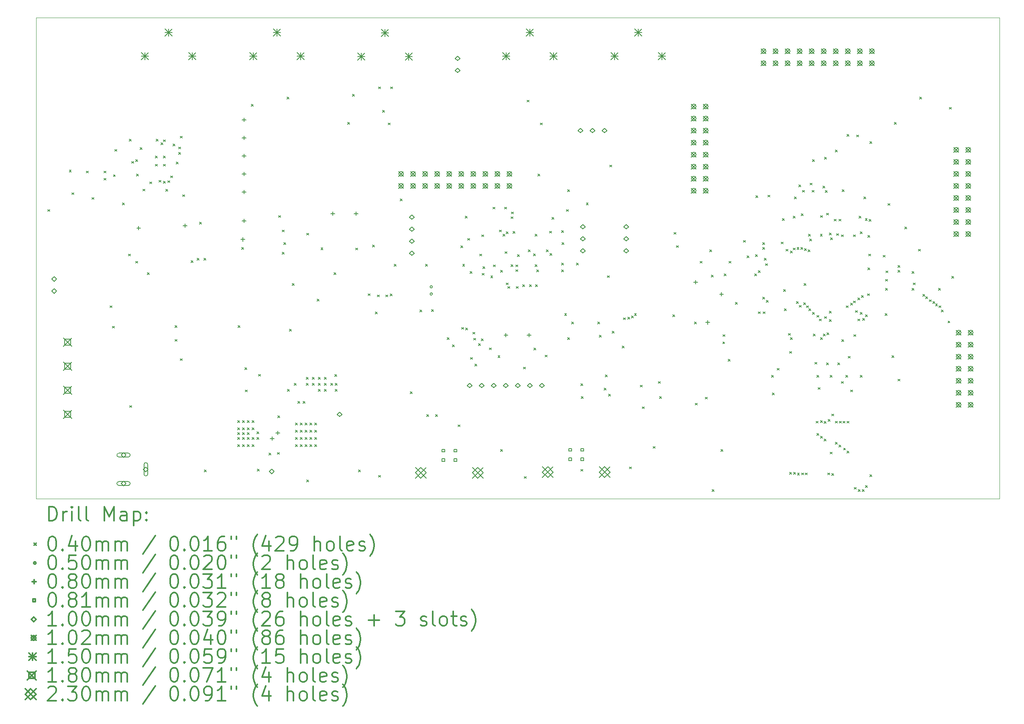
<source format=gbr>
%FSLAX45Y45*%
G04 Gerber Fmt 4.5, Leading zero omitted, Abs format (unit mm)*
G04 Created by KiCad (PCBNEW 4.0.7-e2-6376~58~ubuntu16.04.1) date Mon Aug 27 15:24:49 2018*
%MOMM*%
%LPD*%
G01*
G04 APERTURE LIST*
%ADD10C,0.127000*%
%ADD11C,0.100000*%
%ADD12C,0.200000*%
%ADD13C,0.300000*%
G04 APERTURE END LIST*
D10*
D11*
X25400000Y-5080000D02*
X25400000Y-15240000D01*
X5080000Y-15240000D02*
X5080000Y-5080000D01*
X25400000Y-15240000D02*
X5080000Y-15240000D01*
X5080000Y-5080000D02*
X25400000Y-5080000D01*
D12*
X5326700Y-9136700D02*
X5366700Y-9176700D01*
X5366700Y-9136700D02*
X5326700Y-9176700D01*
X5777156Y-8305244D02*
X5817156Y-8345244D01*
X5817156Y-8305244D02*
X5777156Y-8345244D01*
X5834700Y-8781100D02*
X5874700Y-8821100D01*
X5874700Y-8781100D02*
X5834700Y-8821100D01*
X6139500Y-8323900D02*
X6179500Y-8363900D01*
X6179500Y-8323900D02*
X6139500Y-8363900D01*
X6253800Y-8882700D02*
X6293800Y-8922700D01*
X6293800Y-8882700D02*
X6253800Y-8922700D01*
X6507800Y-8323900D02*
X6547800Y-8363900D01*
X6547800Y-8323900D02*
X6507800Y-8363900D01*
X6507800Y-8476300D02*
X6547800Y-8516300D01*
X6547800Y-8476300D02*
X6507800Y-8516300D01*
X6634800Y-11168700D02*
X6674800Y-11208700D01*
X6674800Y-11168700D02*
X6634800Y-11208700D01*
X6685600Y-11600500D02*
X6725600Y-11640500D01*
X6725600Y-11600500D02*
X6685600Y-11640500D01*
X6709201Y-8400100D02*
X6749201Y-8440100D01*
X6749201Y-8400100D02*
X6709201Y-8440100D01*
X6736400Y-7866700D02*
X6776400Y-7906700D01*
X6776400Y-7866700D02*
X6736400Y-7906700D01*
X6901500Y-8997000D02*
X6941500Y-9037000D01*
X6941500Y-8997000D02*
X6901500Y-9037000D01*
X7028500Y-10076500D02*
X7068500Y-10116500D01*
X7068500Y-10076500D02*
X7028500Y-10116500D01*
X7041200Y-7650800D02*
X7081200Y-7690800D01*
X7081200Y-7650800D02*
X7041200Y-7690800D01*
X7053900Y-13276900D02*
X7093900Y-13316900D01*
X7093900Y-13276900D02*
X7053900Y-13316900D01*
X7092000Y-8120700D02*
X7132000Y-8160700D01*
X7132000Y-8120700D02*
X7092000Y-8160700D01*
X7180900Y-8082600D02*
X7220900Y-8122600D01*
X7220900Y-8082600D02*
X7180900Y-8122600D01*
X7180900Y-10228900D02*
X7220900Y-10268900D01*
X7220900Y-10228900D02*
X7180900Y-10268900D01*
X7193600Y-8387401D02*
X7233600Y-8427401D01*
X7233600Y-8387401D02*
X7193600Y-8427401D01*
X7269800Y-7828600D02*
X7309800Y-7868600D01*
X7309800Y-7828600D02*
X7269800Y-7868600D01*
X7333299Y-8704900D02*
X7373299Y-8744900D01*
X7373299Y-8704900D02*
X7333299Y-8744900D01*
X7422200Y-10470200D02*
X7462200Y-10510200D01*
X7462200Y-10470200D02*
X7422200Y-10510200D01*
X7473000Y-8552500D02*
X7513000Y-8592500D01*
X7513000Y-8552500D02*
X7473000Y-8592500D01*
X7591250Y-8006250D02*
X7631250Y-8046250D01*
X7631250Y-8006250D02*
X7591250Y-8046250D01*
X7591250Y-8178750D02*
X7631250Y-8218750D01*
X7631250Y-8178750D02*
X7591250Y-8218750D01*
X7612700Y-7650800D02*
X7652700Y-7690800D01*
X7652700Y-7650800D02*
X7612700Y-7690800D01*
X7667195Y-8517585D02*
X7707195Y-8557585D01*
X7707195Y-8517585D02*
X7667195Y-8557585D01*
X7712667Y-7724478D02*
X7752667Y-7764478D01*
X7752667Y-7724478D02*
X7712667Y-7764478D01*
X7763750Y-8006250D02*
X7803750Y-8046250D01*
X7803750Y-8006250D02*
X7763750Y-8046250D01*
X7763750Y-8178750D02*
X7803750Y-8218750D01*
X7803750Y-8178750D02*
X7763750Y-8218750D01*
X7764159Y-7663251D02*
X7804159Y-7703251D01*
X7804159Y-7663251D02*
X7764159Y-7703251D01*
X7765100Y-8539800D02*
X7805100Y-8579800D01*
X7805100Y-8539800D02*
X7765100Y-8579800D01*
X7812189Y-8709802D02*
X7852189Y-8749802D01*
X7852189Y-8709802D02*
X7812189Y-8749802D01*
X7854000Y-8527100D02*
X7894000Y-8567100D01*
X7894000Y-8527100D02*
X7854000Y-8567100D01*
X7917500Y-8425500D02*
X7957500Y-8465500D01*
X7957500Y-8425500D02*
X7917500Y-8465500D01*
X7968300Y-7752400D02*
X8008300Y-7792400D01*
X8008300Y-7752400D02*
X7968300Y-7792400D01*
X8006400Y-11587800D02*
X8046400Y-11627800D01*
X8046400Y-11587800D02*
X8006400Y-11627800D01*
X8006400Y-11879900D02*
X8046400Y-11919900D01*
X8046400Y-11879900D02*
X8006400Y-11919900D01*
X8031800Y-8130001D02*
X8071800Y-8170001D01*
X8071800Y-8130001D02*
X8031800Y-8170001D01*
X8082599Y-7815900D02*
X8122599Y-7855900D01*
X8122599Y-7815900D02*
X8082599Y-7855900D01*
X8082600Y-7930200D02*
X8122600Y-7970200D01*
X8122600Y-7930200D02*
X8082600Y-7970200D01*
X8120700Y-7587300D02*
X8160700Y-7627300D01*
X8160700Y-7587300D02*
X8120700Y-7627300D01*
X8120700Y-12286300D02*
X8160700Y-12326300D01*
X8160700Y-12286300D02*
X8120700Y-12326300D01*
X8171500Y-8822162D02*
X8211500Y-8862162D01*
X8211500Y-8822162D02*
X8171500Y-8862162D01*
X8349300Y-10216200D02*
X8389300Y-10256200D01*
X8389300Y-10216200D02*
X8349300Y-10256200D01*
X8476300Y-10166400D02*
X8516300Y-10206400D01*
X8516300Y-10166400D02*
X8476300Y-10206400D01*
X8527100Y-9403400D02*
X8567100Y-9443400D01*
X8567100Y-9403400D02*
X8527100Y-9443400D01*
X8616000Y-10166400D02*
X8656000Y-10206400D01*
X8656000Y-10166400D02*
X8616000Y-10206400D01*
X8628700Y-14635800D02*
X8668700Y-14675800D01*
X8668700Y-14635800D02*
X8628700Y-14675800D01*
X9327200Y-13594400D02*
X9367200Y-13634400D01*
X9367200Y-13594400D02*
X9327200Y-13634400D01*
X9327200Y-13746800D02*
X9367200Y-13786800D01*
X9367200Y-13746800D02*
X9327200Y-13786800D01*
X9327200Y-13848400D02*
X9367200Y-13888400D01*
X9367200Y-13848400D02*
X9327200Y-13888400D01*
X9327200Y-13950000D02*
X9367200Y-13990000D01*
X9367200Y-13950000D02*
X9327200Y-13990000D01*
X9327200Y-14102400D02*
X9367200Y-14142400D01*
X9367200Y-14102400D02*
X9327200Y-14142400D01*
X9339900Y-11587800D02*
X9379900Y-11627800D01*
X9379900Y-11587800D02*
X9339900Y-11627800D01*
X9416100Y-9936800D02*
X9456100Y-9976800D01*
X9456100Y-9936800D02*
X9416100Y-9976800D01*
X9428800Y-13594400D02*
X9468800Y-13634400D01*
X9468800Y-13594400D02*
X9428800Y-13634400D01*
X9428800Y-13746800D02*
X9468800Y-13786800D01*
X9468800Y-13746800D02*
X9428800Y-13786800D01*
X9428800Y-13848400D02*
X9468800Y-13888400D01*
X9468800Y-13848400D02*
X9428800Y-13888400D01*
X9428800Y-13950000D02*
X9468800Y-13990000D01*
X9468800Y-13950000D02*
X9428800Y-13990000D01*
X9428800Y-14102400D02*
X9468800Y-14142400D01*
X9468800Y-14102400D02*
X9428800Y-14142400D01*
X9479600Y-12476800D02*
X9519600Y-12516800D01*
X9519600Y-12476800D02*
X9479600Y-12516800D01*
X9492300Y-12946700D02*
X9532300Y-12986700D01*
X9532300Y-12946700D02*
X9492300Y-12986700D01*
X9530400Y-13594400D02*
X9570400Y-13634400D01*
X9570400Y-13594400D02*
X9530400Y-13634400D01*
X9530400Y-13746800D02*
X9570400Y-13786800D01*
X9570400Y-13746800D02*
X9530400Y-13786800D01*
X9530400Y-13848400D02*
X9570400Y-13888400D01*
X9570400Y-13848400D02*
X9530400Y-13888400D01*
X9530400Y-13950000D02*
X9570400Y-13990000D01*
X9570400Y-13950000D02*
X9530400Y-13990000D01*
X9530400Y-14102400D02*
X9570400Y-14142400D01*
X9570400Y-14102400D02*
X9530400Y-14142400D01*
X9619300Y-6914200D02*
X9659300Y-6954200D01*
X9659300Y-6914200D02*
X9619300Y-6954200D01*
X9632000Y-13594400D02*
X9672000Y-13634400D01*
X9672000Y-13594400D02*
X9632000Y-13634400D01*
X9632000Y-13746800D02*
X9672000Y-13786800D01*
X9672000Y-13746800D02*
X9632000Y-13786800D01*
X9632000Y-13950000D02*
X9672000Y-13990000D01*
X9672000Y-13950000D02*
X9632000Y-13990000D01*
X9632000Y-14102400D02*
X9672000Y-14142400D01*
X9672000Y-14102400D02*
X9632000Y-14142400D01*
X9733600Y-13832500D02*
X9773600Y-13872500D01*
X9773600Y-13832500D02*
X9733600Y-13872500D01*
X9733600Y-13950000D02*
X9773600Y-13990000D01*
X9773600Y-13950000D02*
X9733600Y-13990000D01*
X9746300Y-14619900D02*
X9786300Y-14659900D01*
X9786300Y-14619900D02*
X9746300Y-14659900D01*
X9771700Y-12616500D02*
X9811700Y-12656500D01*
X9811700Y-12616500D02*
X9771700Y-12656500D01*
X9987600Y-14280200D02*
X10027600Y-14320200D01*
X10027600Y-14280200D02*
X9987600Y-14320200D01*
X10165400Y-14267500D02*
X10205400Y-14307500D01*
X10205400Y-14267500D02*
X10165400Y-14307500D01*
X10178100Y-13492800D02*
X10218100Y-13532800D01*
X10218100Y-13492800D02*
X10178100Y-13532800D01*
X10190800Y-9263700D02*
X10230800Y-9303700D01*
X10230800Y-9263700D02*
X10190800Y-9303700D01*
X10267000Y-9568500D02*
X10307000Y-9608500D01*
X10307000Y-9568500D02*
X10267000Y-9608500D01*
X10267000Y-10038400D02*
X10307000Y-10078400D01*
X10307000Y-10038400D02*
X10267000Y-10078400D01*
X10305100Y-9835200D02*
X10345100Y-9875200D01*
X10345100Y-9835200D02*
X10305100Y-9875200D01*
X10368600Y-6761800D02*
X10408600Y-6801800D01*
X10408600Y-6761800D02*
X10368600Y-6801800D01*
X10381300Y-12934000D02*
X10421300Y-12974000D01*
X10421300Y-12934000D02*
X10381300Y-12974000D01*
X10419400Y-11664000D02*
X10459400Y-11704000D01*
X10459400Y-11664000D02*
X10419400Y-11704000D01*
X10482900Y-10698800D02*
X10522900Y-10738800D01*
X10522900Y-10698800D02*
X10482900Y-10738800D01*
X10521000Y-12807000D02*
X10561000Y-12847000D01*
X10561000Y-12807000D02*
X10521000Y-12847000D01*
X10546400Y-13645200D02*
X10586400Y-13685200D01*
X10586400Y-13645200D02*
X10546400Y-13685200D01*
X10546400Y-13797600D02*
X10586400Y-13837600D01*
X10586400Y-13797600D02*
X10546400Y-13837600D01*
X10546400Y-13950000D02*
X10586400Y-13990000D01*
X10586400Y-13950000D02*
X10546400Y-13990000D01*
X10546400Y-14102400D02*
X10586400Y-14142400D01*
X10586400Y-14102400D02*
X10546400Y-14142400D01*
X10597200Y-13188000D02*
X10637200Y-13228000D01*
X10637200Y-13188000D02*
X10597200Y-13228000D01*
X10648000Y-13645200D02*
X10688000Y-13685200D01*
X10688000Y-13645200D02*
X10648000Y-13685200D01*
X10648000Y-13797600D02*
X10688000Y-13837600D01*
X10688000Y-13797600D02*
X10648000Y-13837600D01*
X10648000Y-13950000D02*
X10688000Y-13990000D01*
X10688000Y-13950000D02*
X10648000Y-13990000D01*
X10648000Y-14102400D02*
X10688000Y-14142400D01*
X10688000Y-14102400D02*
X10648000Y-14142400D01*
X10711500Y-13188000D02*
X10751500Y-13228000D01*
X10751500Y-13188000D02*
X10711500Y-13228000D01*
X10749600Y-13645200D02*
X10789600Y-13685200D01*
X10789600Y-13645200D02*
X10749600Y-13685200D01*
X10749600Y-13797600D02*
X10789600Y-13837600D01*
X10789600Y-13797600D02*
X10749600Y-13837600D01*
X10749600Y-13950000D02*
X10789600Y-13990000D01*
X10789600Y-13950000D02*
X10749600Y-13990000D01*
X10749600Y-14102400D02*
X10789600Y-14142400D01*
X10789600Y-14102400D02*
X10749600Y-14142400D01*
X10775000Y-12680000D02*
X10815000Y-12720000D01*
X10815000Y-12680000D02*
X10775000Y-12720000D01*
X10775000Y-12807000D02*
X10815000Y-12847000D01*
X10815000Y-12807000D02*
X10775000Y-12847000D01*
X10784956Y-9634744D02*
X10824956Y-9674744D01*
X10824956Y-9634744D02*
X10784956Y-9674744D01*
X10787700Y-14847000D02*
X10827700Y-14887000D01*
X10827700Y-14847000D02*
X10787700Y-14887000D01*
X10851200Y-13645200D02*
X10891200Y-13685200D01*
X10891200Y-13645200D02*
X10851200Y-13685200D01*
X10851200Y-13797600D02*
X10891200Y-13837600D01*
X10891200Y-13797600D02*
X10851200Y-13837600D01*
X10851200Y-13950000D02*
X10891200Y-13990000D01*
X10891200Y-13950000D02*
X10851200Y-13990000D01*
X10851200Y-14102400D02*
X10891200Y-14142400D01*
X10891200Y-14102400D02*
X10851200Y-14142400D01*
X10902000Y-12680000D02*
X10942000Y-12720000D01*
X10942000Y-12680000D02*
X10902000Y-12720000D01*
X10902000Y-12807000D02*
X10942000Y-12847000D01*
X10942000Y-12807000D02*
X10902000Y-12847000D01*
X10952800Y-13645200D02*
X10992800Y-13685200D01*
X10992800Y-13645200D02*
X10952800Y-13685200D01*
X10952800Y-13797600D02*
X10992800Y-13837600D01*
X10992800Y-13797600D02*
X10952800Y-13837600D01*
X10952800Y-13950000D02*
X10992800Y-13990000D01*
X10992800Y-13950000D02*
X10952800Y-13990000D01*
X10952800Y-14102400D02*
X10992800Y-14142400D01*
X10992800Y-14102400D02*
X10952800Y-14142400D01*
X11003600Y-11029000D02*
X11043600Y-11069000D01*
X11043600Y-11029000D02*
X11003600Y-11069000D01*
X11029000Y-12680000D02*
X11069000Y-12720000D01*
X11069000Y-12680000D02*
X11029000Y-12720000D01*
X11029000Y-12807000D02*
X11069000Y-12847000D01*
X11069000Y-12807000D02*
X11029000Y-12847000D01*
X11029000Y-12934000D02*
X11069000Y-12974000D01*
X11069000Y-12934000D02*
X11029000Y-12974000D01*
X11085894Y-9943406D02*
X11125894Y-9983406D01*
X11125894Y-9943406D02*
X11085894Y-9983406D01*
X11156000Y-12680000D02*
X11196000Y-12720000D01*
X11196000Y-12680000D02*
X11156000Y-12720000D01*
X11156000Y-12807000D02*
X11196000Y-12847000D01*
X11196000Y-12807000D02*
X11156000Y-12847000D01*
X11156000Y-12934000D02*
X11196000Y-12974000D01*
X11196000Y-12934000D02*
X11156000Y-12974000D01*
X11295700Y-12807000D02*
X11335700Y-12847000D01*
X11335700Y-12807000D02*
X11295700Y-12847000D01*
X11359200Y-10470200D02*
X11399200Y-10510200D01*
X11399200Y-10470200D02*
X11359200Y-10510200D01*
X11378801Y-12622299D02*
X11418801Y-12662299D01*
X11418801Y-12622299D02*
X11378801Y-12662299D01*
X11384600Y-12807000D02*
X11424600Y-12847000D01*
X11424600Y-12807000D02*
X11384600Y-12847000D01*
X11384600Y-12934000D02*
X11424600Y-12974000D01*
X11424600Y-12934000D02*
X11384600Y-12974000D01*
X11651300Y-7295200D02*
X11691300Y-7335200D01*
X11691300Y-7295200D02*
X11651300Y-7335200D01*
X11752900Y-6699300D02*
X11792900Y-6739300D01*
X11792900Y-6699300D02*
X11752900Y-6739300D01*
X11816400Y-9949500D02*
X11856400Y-9989500D01*
X11856400Y-9949500D02*
X11816400Y-9989500D01*
X11879900Y-14635800D02*
X11919900Y-14675800D01*
X11919900Y-14635800D02*
X11879900Y-14675800D01*
X12083100Y-10914700D02*
X12123100Y-10954700D01*
X12123100Y-10914700D02*
X12083100Y-10954700D01*
X12172000Y-9886000D02*
X12212000Y-9926000D01*
X12212000Y-9886000D02*
X12172000Y-9926000D01*
X12235500Y-11297587D02*
X12275500Y-11337587D01*
X12275500Y-11297587D02*
X12235500Y-11337587D01*
X12273600Y-10939100D02*
X12313600Y-10979100D01*
X12313600Y-10939100D02*
X12273600Y-10979100D01*
X12299000Y-6545900D02*
X12339000Y-6585900D01*
X12339000Y-6545900D02*
X12299000Y-6585900D01*
X12299000Y-14750100D02*
X12339000Y-14790100D01*
X12339000Y-14750100D02*
X12299000Y-14790100D01*
X12387900Y-7041200D02*
X12427900Y-7081200D01*
X12427900Y-7041200D02*
X12387900Y-7081200D01*
X12451400Y-10939100D02*
X12491400Y-10979100D01*
X12491400Y-10939100D02*
X12451400Y-10979100D01*
X12502200Y-7307900D02*
X12542200Y-7347900D01*
X12542200Y-7307900D02*
X12502200Y-7347900D01*
X12546905Y-10920795D02*
X12586905Y-10960795D01*
X12586905Y-10920795D02*
X12546905Y-10960795D01*
X12553000Y-6545900D02*
X12593000Y-6585900D01*
X12593000Y-6545900D02*
X12553000Y-6585900D01*
X12629200Y-10292400D02*
X12669200Y-10332400D01*
X12669200Y-10292400D02*
X12629200Y-10332400D01*
X12756200Y-8914900D02*
X12796200Y-8954900D01*
X12796200Y-8914900D02*
X12756200Y-8954900D01*
X12972100Y-12984800D02*
X13012100Y-13024800D01*
X13012100Y-12984800D02*
X12972100Y-13024800D01*
X13175300Y-11257600D02*
X13215300Y-11297600D01*
X13215300Y-11257600D02*
X13175300Y-11297600D01*
X13289600Y-10292400D02*
X13329600Y-10332400D01*
X13329600Y-10292400D02*
X13289600Y-10332400D01*
X13315000Y-13467400D02*
X13355000Y-13507400D01*
X13355000Y-13467400D02*
X13315000Y-13507400D01*
X13420934Y-11248865D02*
X13460934Y-11288865D01*
X13460934Y-11248865D02*
X13420934Y-11288865D01*
X13505500Y-13467400D02*
X13545500Y-13507400D01*
X13545500Y-13467400D02*
X13505500Y-13507400D01*
X13747113Y-11843242D02*
X13787113Y-11883242D01*
X13787113Y-11843242D02*
X13747113Y-11883242D01*
X13861100Y-11994200D02*
X13901100Y-12034200D01*
X13901100Y-11994200D02*
X13861100Y-12034200D01*
X13975400Y-13683300D02*
X14015400Y-13723300D01*
X14015400Y-13683300D02*
X13975400Y-13723300D01*
X14033811Y-9899699D02*
X14073811Y-9939699D01*
X14073811Y-9899699D02*
X14033811Y-9939699D01*
X14052221Y-11626521D02*
X14092221Y-11666521D01*
X14092221Y-11626521D02*
X14052221Y-11666521D01*
X14074877Y-10289650D02*
X14114877Y-10329650D01*
X14114877Y-10289650D02*
X14074877Y-10329650D01*
X14127800Y-9276400D02*
X14167800Y-9316400D01*
X14167800Y-9276400D02*
X14127800Y-9316400D01*
X14140500Y-11638600D02*
X14180500Y-11678600D01*
X14180500Y-11638600D02*
X14140500Y-11678600D01*
X14178600Y-9746300D02*
X14218600Y-9786300D01*
X14218600Y-9746300D02*
X14178600Y-9786300D01*
X14229400Y-10444800D02*
X14269400Y-10484800D01*
X14269400Y-10444800D02*
X14229400Y-10484800D01*
X14242100Y-12260900D02*
X14282100Y-12300900D01*
X14282100Y-12260900D02*
X14242100Y-12300900D01*
X14292900Y-11727500D02*
X14332900Y-11767500D01*
X14332900Y-11727500D02*
X14292900Y-11767500D01*
X14305600Y-11854500D02*
X14345600Y-11894500D01*
X14345600Y-11854500D02*
X14305600Y-11894500D01*
X14331000Y-12400600D02*
X14371000Y-12440600D01*
X14371000Y-12400600D02*
X14331000Y-12440600D01*
X14407200Y-11968800D02*
X14447200Y-12008800D01*
X14447200Y-11968800D02*
X14407200Y-12008800D01*
X14432600Y-10076500D02*
X14472600Y-10116500D01*
X14472600Y-10076500D02*
X14432600Y-10116500D01*
X14470700Y-11867200D02*
X14510700Y-11907200D01*
X14510700Y-11867200D02*
X14470700Y-11907200D01*
X14478025Y-9670277D02*
X14518025Y-9710277D01*
X14518025Y-9670277D02*
X14478025Y-9710277D01*
X14483400Y-10482900D02*
X14523400Y-10522900D01*
X14523400Y-10482900D02*
X14483400Y-10522900D01*
X14502992Y-10344200D02*
X14542992Y-10384200D01*
X14542992Y-10344200D02*
X14502992Y-10384200D01*
X14635800Y-12057700D02*
X14675800Y-12097700D01*
X14675800Y-12057700D02*
X14635800Y-12097700D01*
X14667805Y-10540305D02*
X14707805Y-10580305D01*
X14707805Y-10540305D02*
X14667805Y-10580305D01*
X14712000Y-9085900D02*
X14752000Y-9125900D01*
X14752000Y-9085900D02*
X14712000Y-9125900D01*
X14724700Y-10305100D02*
X14764700Y-10345100D01*
X14764700Y-10305100D02*
X14724700Y-10345100D01*
X14819399Y-12222800D02*
X14859399Y-12262800D01*
X14859399Y-12222800D02*
X14819399Y-12262800D01*
X14851700Y-9568500D02*
X14891700Y-9608500D01*
X14891700Y-9568500D02*
X14851700Y-9608500D01*
X14877100Y-10419400D02*
X14917100Y-10459400D01*
X14917100Y-10419400D02*
X14877100Y-10459400D01*
X14877100Y-14204000D02*
X14917100Y-14244000D01*
X14917100Y-14204000D02*
X14877100Y-14244000D01*
X14927900Y-9657400D02*
X14967900Y-9697400D01*
X14967900Y-9657400D02*
X14927900Y-9697400D01*
X14962000Y-9085900D02*
X15002000Y-9125900D01*
X15002000Y-9085900D02*
X14962000Y-9125900D01*
X14966000Y-10025700D02*
X15006000Y-10065700D01*
X15006000Y-10025700D02*
X14966000Y-10065700D01*
X14991400Y-9606600D02*
X15031400Y-9646600D01*
X15031400Y-9606600D02*
X14991400Y-9646600D01*
X14991400Y-10686100D02*
X15031400Y-10726100D01*
X15031400Y-10686100D02*
X14991400Y-10726100D01*
X15029500Y-10762300D02*
X15069500Y-10802300D01*
X15069500Y-10762300D02*
X15029500Y-10802300D01*
X15093000Y-9289100D02*
X15133000Y-9329100D01*
X15133000Y-9289100D02*
X15093000Y-9329100D01*
X15093000Y-10303501D02*
X15133000Y-10343501D01*
X15133000Y-10303501D02*
X15093000Y-10343501D01*
X15105700Y-9187500D02*
X15145700Y-9227500D01*
X15145700Y-9187500D02*
X15105700Y-9227500D01*
X15137706Y-9599994D02*
X15177706Y-9639994D01*
X15177706Y-9599994D02*
X15137706Y-9639994D01*
X15194600Y-10305100D02*
X15234600Y-10345100D01*
X15234600Y-10305100D02*
X15194600Y-10345100D01*
X15194600Y-10406700D02*
X15234600Y-10446700D01*
X15234600Y-10406700D02*
X15194600Y-10446700D01*
X15207300Y-10762300D02*
X15247300Y-10802300D01*
X15247300Y-10762300D02*
X15207300Y-10802300D01*
X15232700Y-10089200D02*
X15272700Y-10129200D01*
X15272700Y-10089200D02*
X15232700Y-10129200D01*
X15341633Y-10725200D02*
X15381633Y-10765200D01*
X15381633Y-10725200D02*
X15341633Y-10765200D01*
X15359700Y-12464100D02*
X15399700Y-12504100D01*
X15399700Y-12464100D02*
X15359700Y-12504100D01*
X15372400Y-14775500D02*
X15412400Y-14815500D01*
X15412400Y-14775500D02*
X15372400Y-14815500D01*
X15435900Y-6825300D02*
X15475900Y-6865300D01*
X15475900Y-6825300D02*
X15435900Y-6865300D01*
X15461300Y-9987600D02*
X15501300Y-10027600D01*
X15501300Y-9987600D02*
X15461300Y-10027600D01*
X15486700Y-10724200D02*
X15526700Y-10764200D01*
X15526700Y-10724200D02*
X15486700Y-10764200D01*
X15567428Y-10074301D02*
X15607428Y-10114301D01*
X15607428Y-10074301D02*
X15567428Y-10114301D01*
X15575600Y-12058699D02*
X15615600Y-12098699D01*
X15615600Y-12058699D02*
X15575600Y-12098699D01*
X15601000Y-9657400D02*
X15641000Y-9697400D01*
X15641000Y-9657400D02*
X15601000Y-9697400D01*
X15602616Y-10303320D02*
X15642616Y-10343320D01*
X15642616Y-10303320D02*
X15602616Y-10343320D01*
X15611701Y-10724200D02*
X15651701Y-10764200D01*
X15651701Y-10724200D02*
X15611701Y-10764200D01*
X15639100Y-10412600D02*
X15679100Y-10452600D01*
X15679100Y-10412600D02*
X15639100Y-10452600D01*
X15664500Y-8387400D02*
X15704500Y-8427400D01*
X15704500Y-8387400D02*
X15664500Y-8427400D01*
X15715300Y-7307900D02*
X15755300Y-7347900D01*
X15755300Y-7307900D02*
X15715300Y-7347900D01*
X15813300Y-12210100D02*
X15853300Y-12250100D01*
X15853300Y-12210100D02*
X15813300Y-12250100D01*
X15842300Y-9984500D02*
X15882300Y-10024500D01*
X15882300Y-9984500D02*
X15842300Y-10024500D01*
X15905800Y-9593900D02*
X15945800Y-9633900D01*
X15945800Y-9593900D02*
X15905800Y-9633900D01*
X15918500Y-10063800D02*
X15958500Y-10103800D01*
X15958500Y-10063800D02*
X15918500Y-10103800D01*
X15956600Y-9301800D02*
X15996600Y-9341800D01*
X15996600Y-9301800D02*
X15956600Y-9341800D01*
X16159800Y-9581200D02*
X16199800Y-9621200D01*
X16199800Y-9581200D02*
X16159800Y-9621200D01*
X16159800Y-10266999D02*
X16199800Y-10306999D01*
X16199800Y-10266999D02*
X16159800Y-10306999D01*
X16159800Y-10412600D02*
X16199800Y-10452600D01*
X16199800Y-10412600D02*
X16159800Y-10452600D01*
X16172500Y-9835200D02*
X16212500Y-9875200D01*
X16212500Y-9835200D02*
X16172500Y-9875200D01*
X16224150Y-11334650D02*
X16264150Y-11374650D01*
X16264150Y-11334650D02*
X16224150Y-11374650D01*
X16261400Y-9136700D02*
X16301400Y-9176700D01*
X16301400Y-9136700D02*
X16261400Y-9176700D01*
X16286800Y-8717600D02*
X16326800Y-8757600D01*
X16326800Y-8717600D02*
X16286800Y-8757600D01*
X16286800Y-11841800D02*
X16326800Y-11881800D01*
X16326800Y-11841800D02*
X16286800Y-11881800D01*
X16375700Y-11511600D02*
X16415700Y-11551600D01*
X16415700Y-11511600D02*
X16375700Y-11551600D01*
X16477229Y-10266400D02*
X16517229Y-10306400D01*
X16517229Y-10266400D02*
X16477229Y-10306400D01*
X16566200Y-12816400D02*
X16606200Y-12856400D01*
X16606200Y-12816400D02*
X16566200Y-12856400D01*
X16566200Y-14623100D02*
X16606200Y-14663100D01*
X16606200Y-14623100D02*
X16566200Y-14663100D01*
X16578900Y-13086400D02*
X16618900Y-13126400D01*
X16618900Y-13086400D02*
X16578900Y-13126400D01*
X16682100Y-8997000D02*
X16722100Y-9037000D01*
X16722100Y-8997000D02*
X16682100Y-9037000D01*
X16921800Y-11511600D02*
X16961800Y-11551600D01*
X16961800Y-11511600D02*
X16921800Y-11551600D01*
X16959900Y-11791000D02*
X16999900Y-11831000D01*
X16999900Y-11791000D02*
X16959900Y-11831000D01*
X17061500Y-12908600D02*
X17101500Y-12948600D01*
X17101500Y-12908600D02*
X17061500Y-12948600D01*
X17086900Y-12629200D02*
X17126900Y-12669200D01*
X17126900Y-12629200D02*
X17086900Y-12669200D01*
X17125000Y-10533700D02*
X17165000Y-10573700D01*
X17165000Y-10533700D02*
X17125000Y-10573700D01*
X17150400Y-13035600D02*
X17190400Y-13075600D01*
X17190400Y-13035600D02*
X17150400Y-13075600D01*
X17175800Y-8196900D02*
X17215800Y-8236900D01*
X17215800Y-8196900D02*
X17175800Y-8236900D01*
X17228200Y-11707700D02*
X17268200Y-11747700D01*
X17268200Y-11707700D02*
X17228200Y-11747700D01*
X17442500Y-12019600D02*
X17482500Y-12059600D01*
X17482500Y-12019600D02*
X17442500Y-12059600D01*
X17467900Y-11422700D02*
X17507900Y-11462700D01*
X17507900Y-11422700D02*
X17467900Y-11462700D01*
X17556800Y-11410000D02*
X17596800Y-11450000D01*
X17596800Y-11410000D02*
X17556800Y-11450000D01*
X17594900Y-14572300D02*
X17634900Y-14612300D01*
X17634900Y-14572300D02*
X17594900Y-14612300D01*
X17632574Y-11381440D02*
X17672574Y-11421440D01*
X17672574Y-11381440D02*
X17632574Y-11421440D01*
X17697288Y-11334406D02*
X17737288Y-11374406D01*
X17737288Y-11334406D02*
X17697288Y-11374406D01*
X17823500Y-12845100D02*
X17863500Y-12885100D01*
X17863500Y-12845100D02*
X17823500Y-12885100D01*
X17861600Y-13302300D02*
X17901600Y-13342300D01*
X17901600Y-13302300D02*
X17861600Y-13342300D01*
X18090200Y-14140500D02*
X18130200Y-14180500D01*
X18130200Y-14140500D02*
X18090200Y-14180500D01*
X18204500Y-12768900D02*
X18244500Y-12808900D01*
X18244500Y-12768900D02*
X18204500Y-12808900D01*
X18229900Y-13086400D02*
X18269900Y-13126400D01*
X18269900Y-13086400D02*
X18229900Y-13126400D01*
X18509300Y-11359200D02*
X18549300Y-11399200D01*
X18549300Y-11359200D02*
X18509300Y-11399200D01*
X18534700Y-9619300D02*
X18574700Y-9659300D01*
X18574700Y-9619300D02*
X18534700Y-9659300D01*
X18585500Y-9898700D02*
X18625500Y-9938700D01*
X18625500Y-9898700D02*
X18585500Y-9938700D01*
X18966500Y-11511600D02*
X19006500Y-11551600D01*
X19006500Y-11511600D02*
X18966500Y-11551600D01*
X18979200Y-13226100D02*
X19019200Y-13266100D01*
X19019200Y-13226100D02*
X18979200Y-13266100D01*
X19080800Y-10228900D02*
X19120800Y-10268900D01*
X19120800Y-10228900D02*
X19080800Y-10268900D01*
X19195100Y-13099100D02*
X19235100Y-13139100D01*
X19235100Y-13099100D02*
X19195100Y-13139100D01*
X19284001Y-9987600D02*
X19324001Y-10027600D01*
X19324001Y-9987600D02*
X19284001Y-10027600D01*
X19322100Y-10521000D02*
X19362100Y-10561000D01*
X19362100Y-10521000D02*
X19322100Y-10561000D01*
X19334800Y-15048998D02*
X19374800Y-15088998D01*
X19374800Y-15048998D02*
X19334800Y-15088998D01*
X19525300Y-14204000D02*
X19565300Y-14244000D01*
X19565300Y-14204000D02*
X19525300Y-14244000D01*
X19560026Y-11930700D02*
X19600026Y-11970700D01*
X19600026Y-11930700D02*
X19560026Y-11970700D01*
X19563400Y-11778300D02*
X19603400Y-11818300D01*
X19603400Y-11778300D02*
X19563400Y-11818300D01*
X19588800Y-10495600D02*
X19628800Y-10535600D01*
X19628800Y-10495600D02*
X19588800Y-10535600D01*
X19677700Y-12299000D02*
X19717700Y-12339000D01*
X19717700Y-12299000D02*
X19677700Y-12339000D01*
X19690400Y-10228900D02*
X19730400Y-10268900D01*
X19730400Y-10228900D02*
X19690400Y-10268900D01*
X19826458Y-11095632D02*
X19866458Y-11135632D01*
X19866458Y-11095632D02*
X19826458Y-11135632D01*
X19999200Y-9788400D02*
X20039200Y-9828400D01*
X20039200Y-9788400D02*
X19999200Y-9828400D01*
X20071400Y-10114600D02*
X20111400Y-10154600D01*
X20111400Y-10114600D02*
X20071400Y-10154600D01*
X20236500Y-10495600D02*
X20276500Y-10535600D01*
X20276500Y-10495600D02*
X20236500Y-10535600D01*
X20249200Y-10089200D02*
X20289200Y-10129200D01*
X20289200Y-10089200D02*
X20249200Y-10129200D01*
X20261900Y-8844600D02*
X20301900Y-8884600D01*
X20301900Y-8844600D02*
X20261900Y-8884600D01*
X20307700Y-10427100D02*
X20347700Y-10467100D01*
X20347700Y-10427100D02*
X20307700Y-10467100D01*
X20312700Y-11295700D02*
X20352700Y-11335700D01*
X20352700Y-11295700D02*
X20312700Y-11335700D01*
X20401600Y-9835200D02*
X20441600Y-9875200D01*
X20441600Y-9835200D02*
X20401600Y-9875200D01*
X20401600Y-9936800D02*
X20441600Y-9976800D01*
X20441600Y-9936800D02*
X20401600Y-9976800D01*
X20401600Y-10987101D02*
X20441600Y-11027101D01*
X20441600Y-10987101D02*
X20401600Y-11027101D01*
X20414300Y-11295700D02*
X20454300Y-11335700D01*
X20454300Y-11295700D02*
X20414300Y-11335700D01*
X20439700Y-10165400D02*
X20479700Y-10205400D01*
X20479700Y-10165400D02*
X20439700Y-10205400D01*
X20465100Y-10279700D02*
X20505100Y-10319700D01*
X20505100Y-10279700D02*
X20465100Y-10319700D01*
X20477800Y-11054400D02*
X20517800Y-11094400D01*
X20517800Y-11054400D02*
X20477800Y-11094400D01*
X20515900Y-8831900D02*
X20555900Y-8871900D01*
X20555900Y-8831900D02*
X20515900Y-8871900D01*
X20592100Y-12634501D02*
X20632100Y-12674501D01*
X20632100Y-12634501D02*
X20592100Y-12674501D01*
X20604800Y-13010200D02*
X20644800Y-13050200D01*
X20644800Y-13010200D02*
X20604800Y-13050200D01*
X20706400Y-12489500D02*
X20746400Y-12529500D01*
X20746400Y-12489500D02*
X20706400Y-12529500D01*
X20795132Y-9822668D02*
X20835132Y-9862668D01*
X20835132Y-9822668D02*
X20795132Y-9862668D01*
X20820700Y-9327200D02*
X20860700Y-9367200D01*
X20860700Y-9327200D02*
X20820700Y-9367200D01*
X20846100Y-10825800D02*
X20886100Y-10865800D01*
X20886100Y-10825800D02*
X20846100Y-10865800D01*
X20858800Y-11232200D02*
X20898800Y-11272200D01*
X20898800Y-11232200D02*
X20858800Y-11272200D01*
X20896900Y-9974900D02*
X20936900Y-10014900D01*
X20936900Y-9974900D02*
X20896900Y-10014900D01*
X20947955Y-11753155D02*
X20987955Y-11793155D01*
X20987955Y-11753155D02*
X20947955Y-11793155D01*
X20972101Y-12133900D02*
X21012101Y-12173900D01*
X21012101Y-12133900D02*
X20972101Y-12173900D01*
X20973100Y-14686600D02*
X21013100Y-14726600D01*
X21013100Y-14686600D02*
X20973100Y-14726600D01*
X20985800Y-10013000D02*
X21025800Y-10053000D01*
X21025800Y-10013000D02*
X20985800Y-10053000D01*
X20985800Y-11841800D02*
X21025800Y-11881800D01*
X21025800Y-11841800D02*
X20985800Y-11881800D01*
X21044398Y-9273849D02*
X21084398Y-9313849D01*
X21084398Y-9273849D02*
X21044398Y-9313849D01*
X21049300Y-9949500D02*
X21089300Y-9989500D01*
X21089300Y-9949500D02*
X21049300Y-9989500D01*
X21057263Y-14685372D02*
X21097263Y-14725372D01*
X21097263Y-14685372D02*
X21057263Y-14725372D01*
X21074700Y-8870000D02*
X21114700Y-8910000D01*
X21114700Y-8870000D02*
X21074700Y-8910000D01*
X21112800Y-11079800D02*
X21152800Y-11119800D01*
X21152800Y-11079800D02*
X21112800Y-11119800D01*
X21128212Y-9936348D02*
X21168212Y-9976348D01*
X21168212Y-9936348D02*
X21128212Y-9976348D01*
X21134651Y-14705649D02*
X21174651Y-14745649D01*
X21174651Y-14705649D02*
X21134651Y-14745649D01*
X21163600Y-8616000D02*
X21203600Y-8656000D01*
X21203600Y-8616000D02*
X21163600Y-8656000D01*
X21173097Y-11159750D02*
X21213097Y-11199750D01*
X21213097Y-11159750D02*
X21173097Y-11199750D01*
X21208210Y-9936840D02*
X21248210Y-9976840D01*
X21248210Y-9936840D02*
X21208210Y-9976840D01*
X21214400Y-9225599D02*
X21254400Y-9265599D01*
X21254400Y-9225599D02*
X21214400Y-9265599D01*
X21223300Y-14698842D02*
X21263300Y-14738842D01*
X21263300Y-14698842D02*
X21223300Y-14738842D01*
X21239800Y-8730300D02*
X21279800Y-8770300D01*
X21279800Y-8730300D02*
X21239800Y-8770300D01*
X21265200Y-11105200D02*
X21305200Y-11145200D01*
X21305200Y-11105200D02*
X21265200Y-11145200D01*
X21277900Y-10698800D02*
X21317900Y-10738800D01*
X21317900Y-10698800D02*
X21277900Y-10738800D01*
X21283388Y-9964197D02*
X21323388Y-10004197D01*
X21323388Y-9964197D02*
X21283388Y-10004197D01*
X21303300Y-14699301D02*
X21343300Y-14739301D01*
X21343300Y-14699301D02*
X21303300Y-14739301D01*
X21328700Y-11168700D02*
X21368700Y-11208700D01*
X21368700Y-11168700D02*
X21328700Y-11208700D01*
X21359336Y-9989333D02*
X21399336Y-10029333D01*
X21399336Y-9989333D02*
X21359336Y-10029333D01*
X21366800Y-9657400D02*
X21406800Y-9697400D01*
X21406800Y-9657400D02*
X21366800Y-9697400D01*
X21379500Y-11232200D02*
X21419500Y-11272200D01*
X21419500Y-11232200D02*
X21379500Y-11272200D01*
X21392200Y-9759000D02*
X21432200Y-9799000D01*
X21432200Y-9759000D02*
X21392200Y-9799000D01*
X21404900Y-8577900D02*
X21444900Y-8617900D01*
X21444900Y-8577900D02*
X21404900Y-8617900D01*
X21443000Y-8730300D02*
X21483000Y-8770300D01*
X21483000Y-8730300D02*
X21443000Y-8770300D01*
X21455700Y-8082600D02*
X21495700Y-8122600D01*
X21495700Y-8082600D02*
X21455700Y-8122600D01*
X21455700Y-11308400D02*
X21495700Y-11348400D01*
X21495700Y-11308400D02*
X21455700Y-11348400D01*
X21468400Y-11765600D02*
X21508400Y-11805600D01*
X21508400Y-11765600D02*
X21468400Y-11805600D01*
X21506500Y-12362500D02*
X21546500Y-12402500D01*
X21546500Y-12362500D02*
X21506500Y-12402500D01*
X21531900Y-13607100D02*
X21571900Y-13647100D01*
X21571900Y-13607100D02*
X21531900Y-13647100D01*
X21544600Y-11371900D02*
X21584600Y-11411900D01*
X21584600Y-11371900D02*
X21544600Y-11411900D01*
X21544600Y-12634501D02*
X21584600Y-12674501D01*
X21584600Y-12634501D02*
X21544600Y-12674501D01*
X21544600Y-13865900D02*
X21584600Y-13905900D01*
X21584600Y-13865900D02*
X21544600Y-13905900D01*
X21570000Y-12895900D02*
X21610000Y-12935900D01*
X21610000Y-12895900D02*
X21570000Y-12935900D01*
X21595400Y-11448100D02*
X21635400Y-11488100D01*
X21635400Y-11448100D02*
X21595400Y-11488100D01*
X21617600Y-9654200D02*
X21657600Y-9694200D01*
X21657600Y-9654200D02*
X21617600Y-9694200D01*
X21620800Y-11841800D02*
X21660800Y-11881800D01*
X21660800Y-11841800D02*
X21620800Y-11881800D01*
X21620800Y-13594400D02*
X21660800Y-13634400D01*
X21660800Y-13594400D02*
X21620800Y-13634400D01*
X21620800Y-13923600D02*
X21660800Y-13963600D01*
X21660800Y-13923600D02*
X21620800Y-13963600D01*
X21625102Y-9263700D02*
X21665102Y-9303700D01*
X21665102Y-9263700D02*
X21625102Y-9303700D01*
X21671600Y-8641400D02*
X21711600Y-8681400D01*
X21711600Y-8641400D02*
X21671600Y-8681400D01*
X21680100Y-11765600D02*
X21720100Y-11805600D01*
X21720100Y-11765600D02*
X21680100Y-11805600D01*
X21699000Y-13986100D02*
X21739000Y-14026100D01*
X21739000Y-13986100D02*
X21699000Y-14026100D01*
X21699247Y-13610089D02*
X21739247Y-13650089D01*
X21739247Y-13610089D02*
X21699247Y-13650089D01*
X21709249Y-8031800D02*
X21749249Y-8071800D01*
X21749249Y-8031800D02*
X21709249Y-8071800D01*
X21709700Y-11397300D02*
X21749700Y-11437300D01*
X21749700Y-11397300D02*
X21709700Y-11437300D01*
X21721942Y-8734100D02*
X21761942Y-8774100D01*
X21761942Y-8734100D02*
X21721942Y-8774100D01*
X21747800Y-9212900D02*
X21787800Y-9252900D01*
X21787800Y-9212900D02*
X21747800Y-9252900D01*
X21747800Y-12375200D02*
X21787800Y-12415200D01*
X21787800Y-12375200D02*
X21747800Y-12415200D01*
X21760056Y-11739756D02*
X21800056Y-11779756D01*
X21800056Y-11739756D02*
X21760056Y-11779756D01*
X21773200Y-14699300D02*
X21813200Y-14739300D01*
X21813200Y-14699300D02*
X21773200Y-14739300D01*
X21785900Y-13569000D02*
X21825900Y-13609000D01*
X21825900Y-13569000D02*
X21785900Y-13609000D01*
X21811300Y-9632000D02*
X21851300Y-9672000D01*
X21851300Y-9632000D02*
X21811300Y-9672000D01*
X21811300Y-11282999D02*
X21851300Y-11322999D01*
X21851300Y-11282999D02*
X21811300Y-11322999D01*
X21811300Y-11460800D02*
X21851300Y-11500800D01*
X21851300Y-11460800D02*
X21811300Y-11500800D01*
X21823186Y-14258186D02*
X21863186Y-14298186D01*
X21863186Y-14258186D02*
X21823186Y-14298186D01*
X21824000Y-12634501D02*
X21864000Y-12674501D01*
X21864000Y-12634501D02*
X21824000Y-12674501D01*
X21836700Y-9733600D02*
X21876700Y-9773600D01*
X21876700Y-9733600D02*
X21836700Y-9773600D01*
X21862100Y-13454700D02*
X21902100Y-13494700D01*
X21902100Y-13454700D02*
X21862100Y-13494700D01*
X21862100Y-14712000D02*
X21902100Y-14752000D01*
X21902100Y-14712000D02*
X21862100Y-14752000D01*
X21912900Y-9338900D02*
X21952900Y-9378900D01*
X21952900Y-9338900D02*
X21912900Y-9378900D01*
X21938300Y-7879400D02*
X21978300Y-7919400D01*
X21978300Y-7879400D02*
X21938300Y-7919400D01*
X21938300Y-13607100D02*
X21978300Y-13647100D01*
X21978300Y-13607100D02*
X21938300Y-13647100D01*
X21938300Y-14048600D02*
X21978300Y-14088600D01*
X21978300Y-14048600D02*
X21938300Y-14088600D01*
X21963700Y-9644700D02*
X22003700Y-9684700D01*
X22003700Y-9644700D02*
X21963700Y-9684700D01*
X21989100Y-12375200D02*
X22029100Y-12415200D01*
X22029100Y-12375200D02*
X21989100Y-12415200D01*
X22014500Y-9339900D02*
X22054500Y-9379900D01*
X22054500Y-9339900D02*
X22014500Y-9379900D01*
X22014500Y-14111100D02*
X22054500Y-14151100D01*
X22054500Y-14111100D02*
X22014500Y-14151100D01*
X22018300Y-13607100D02*
X22058300Y-13647100D01*
X22058300Y-13607100D02*
X22018300Y-13647100D01*
X22065300Y-9670100D02*
X22105300Y-9710100D01*
X22105300Y-9670100D02*
X22065300Y-9710100D01*
X22065300Y-12768900D02*
X22105300Y-12808900D01*
X22105300Y-12768900D02*
X22065300Y-12808900D01*
X22071465Y-11886065D02*
X22111465Y-11926065D01*
X22111465Y-11886065D02*
X22071465Y-11926065D01*
X22078000Y-8717600D02*
X22118000Y-8757600D01*
X22118000Y-8717600D02*
X22078000Y-8757600D01*
X22098301Y-13607100D02*
X22138301Y-13647100D01*
X22138301Y-13607100D02*
X22098301Y-13647100D01*
X22108676Y-14173600D02*
X22148676Y-14213600D01*
X22148676Y-14173600D02*
X22108676Y-14213600D01*
X22154200Y-12634501D02*
X22194200Y-12674501D01*
X22194200Y-12634501D02*
X22154200Y-12674501D01*
X22166900Y-11168700D02*
X22206900Y-11208700D01*
X22206900Y-11168700D02*
X22166900Y-11208700D01*
X22179600Y-7549200D02*
X22219600Y-7589200D01*
X22219600Y-7549200D02*
X22179600Y-7589200D01*
X22179600Y-13607100D02*
X22219600Y-13647100D01*
X22219600Y-13607100D02*
X22179600Y-13647100D01*
X22179600Y-14236099D02*
X22219600Y-14276099D01*
X22219600Y-14236099D02*
X22179600Y-14276099D01*
X22205000Y-12235500D02*
X22245000Y-12275500D01*
X22245000Y-12235500D02*
X22205000Y-12275500D01*
X22255300Y-11115100D02*
X22295300Y-11155100D01*
X22295300Y-11115100D02*
X22255300Y-11155100D01*
X22255800Y-12946700D02*
X22295800Y-12986700D01*
X22295800Y-12946700D02*
X22255800Y-12986700D01*
X22319300Y-9670100D02*
X22359300Y-9710100D01*
X22359300Y-9670100D02*
X22319300Y-9710100D01*
X22319300Y-11067098D02*
X22359300Y-11107098D01*
X22359300Y-11067098D02*
X22319300Y-11107098D01*
X22325202Y-11778300D02*
X22365202Y-11818300D01*
X22365202Y-11778300D02*
X22325202Y-11818300D01*
X22332000Y-15003997D02*
X22372000Y-15043997D01*
X22372000Y-15003997D02*
X22332000Y-15043997D01*
X22357400Y-11270300D02*
X22397400Y-11310300D01*
X22397400Y-11270300D02*
X22357400Y-11310300D01*
X22382800Y-7561900D02*
X22422800Y-7601900D01*
X22422800Y-7561900D02*
X22382800Y-7601900D01*
X22408200Y-11004599D02*
X22448200Y-11044599D01*
X22448200Y-11004599D02*
X22408200Y-11044599D01*
X22408200Y-11448101D02*
X22448200Y-11488101D01*
X22448200Y-11448101D02*
X22408200Y-11488101D01*
X22420604Y-15048998D02*
X22460604Y-15088998D01*
X22460604Y-15048998D02*
X22420604Y-15088998D01*
X22433600Y-9276400D02*
X22473600Y-9316400D01*
X22473600Y-9276400D02*
X22433600Y-9316400D01*
X22459000Y-9606600D02*
X22499000Y-9646600D01*
X22499000Y-9606600D02*
X22459000Y-9646600D01*
X22459000Y-11308400D02*
X22499000Y-11348400D01*
X22499000Y-11308400D02*
X22459000Y-11348400D01*
X22459000Y-12634501D02*
X22499000Y-12674501D01*
X22499000Y-12634501D02*
X22459000Y-12674501D01*
X22484400Y-10952800D02*
X22524400Y-10992800D01*
X22524400Y-10952800D02*
X22484400Y-10992800D01*
X22500605Y-15048729D02*
X22540605Y-15088729D01*
X22540605Y-15048729D02*
X22500605Y-15088729D01*
X22509800Y-11435400D02*
X22549800Y-11475400D01*
X22549800Y-11435400D02*
X22509800Y-11475400D01*
X22535200Y-8870000D02*
X22575200Y-8910000D01*
X22575200Y-8870000D02*
X22535200Y-8910000D01*
X22565804Y-9325085D02*
X22605804Y-9365085D01*
X22605804Y-9325085D02*
X22565804Y-9365085D01*
X22573300Y-11359200D02*
X22613300Y-11399200D01*
X22613300Y-11359200D02*
X22573300Y-11399200D01*
X22573300Y-14966000D02*
X22613300Y-15006000D01*
X22613300Y-14966000D02*
X22573300Y-15006000D01*
X22611400Y-10914597D02*
X22651400Y-10954597D01*
X22651400Y-10914597D02*
X22611400Y-10954597D01*
X22624100Y-9682800D02*
X22664100Y-9722800D01*
X22664100Y-9682800D02*
X22624100Y-9722800D01*
X22624100Y-10368600D02*
X22664100Y-10408600D01*
X22664100Y-10368600D02*
X22624100Y-10408600D01*
X22636800Y-10076500D02*
X22676800Y-10116500D01*
X22676800Y-10076500D02*
X22636800Y-10116500D01*
X22644117Y-9341427D02*
X22684117Y-9381427D01*
X22684117Y-9341427D02*
X22644117Y-9381427D01*
X22662200Y-7701600D02*
X22702200Y-7741600D01*
X22702200Y-7701600D02*
X22662200Y-7741600D01*
X22662200Y-14737400D02*
X22702200Y-14777400D01*
X22702200Y-14737400D02*
X22662200Y-14777400D01*
X22941600Y-10101900D02*
X22981600Y-10141900D01*
X22981600Y-10101900D02*
X22941600Y-10141900D01*
X22986800Y-11332800D02*
X23026800Y-11372800D01*
X23026800Y-11332800D02*
X22986800Y-11372800D01*
X22992400Y-10608901D02*
X23032400Y-10648901D01*
X23032400Y-10608901D02*
X22992400Y-10648901D01*
X22992400Y-10800401D02*
X23032400Y-10840401D01*
X23032400Y-10800401D02*
X22992400Y-10840401D01*
X23005100Y-10432100D02*
X23045100Y-10472100D01*
X23045100Y-10432100D02*
X23005100Y-10472100D01*
X23043200Y-9009700D02*
X23083200Y-9049700D01*
X23083200Y-9009700D02*
X23043200Y-9049700D01*
X23132100Y-12222800D02*
X23172100Y-12262800D01*
X23172100Y-12222800D02*
X23132100Y-12262800D01*
X23182900Y-7295200D02*
X23222900Y-7335200D01*
X23222900Y-7295200D02*
X23182900Y-7335200D01*
X23259099Y-10317801D02*
X23299099Y-10357801D01*
X23299099Y-10317801D02*
X23259099Y-10357801D01*
X23259100Y-10419400D02*
X23299100Y-10459400D01*
X23299100Y-10419400D02*
X23259100Y-10459400D01*
X23259100Y-12718100D02*
X23299100Y-12758100D01*
X23299100Y-12718100D02*
X23259100Y-12758100D01*
X23398800Y-9505000D02*
X23438800Y-9545000D01*
X23438800Y-9505000D02*
X23398800Y-9545000D01*
X23551200Y-10444800D02*
X23591200Y-10484800D01*
X23591200Y-10444800D02*
X23551200Y-10484800D01*
X23551200Y-10800400D02*
X23591200Y-10840400D01*
X23591200Y-10800400D02*
X23551200Y-10840400D01*
X23577599Y-10686101D02*
X23617599Y-10726101D01*
X23617599Y-10686101D02*
X23577599Y-10726101D01*
X23690900Y-9974900D02*
X23730900Y-10014900D01*
X23730900Y-9974900D02*
X23690900Y-10014900D01*
X23716300Y-6761800D02*
X23756300Y-6801800D01*
X23756300Y-6761800D02*
X23716300Y-6801800D01*
X23779800Y-10927400D02*
X23819800Y-10967400D01*
X23819800Y-10927400D02*
X23779800Y-10967400D01*
X23843300Y-10978200D02*
X23883300Y-11018200D01*
X23883300Y-10978200D02*
X23843300Y-11018200D01*
X23919500Y-11041700D02*
X23959500Y-11081700D01*
X23959500Y-11041700D02*
X23919500Y-11081700D01*
X23991054Y-11077477D02*
X24031054Y-11117477D01*
X24031054Y-11077477D02*
X23991054Y-11117477D01*
X24048820Y-11132823D02*
X24088820Y-11172823D01*
X24088820Y-11132823D02*
X24048820Y-11172823D01*
X24110000Y-10800400D02*
X24150000Y-10840400D01*
X24150000Y-10800400D02*
X24110000Y-10840400D01*
X24120996Y-11167329D02*
X24160996Y-11207329D01*
X24160996Y-11167329D02*
X24120996Y-11207329D01*
X24173500Y-11257600D02*
X24213500Y-11297600D01*
X24213500Y-11257600D02*
X24173500Y-11297600D01*
X24310577Y-11490545D02*
X24350577Y-11530545D01*
X24350577Y-11490545D02*
X24310577Y-11530545D01*
X24338600Y-6977700D02*
X24378600Y-7017700D01*
X24378600Y-6977700D02*
X24338600Y-7017700D01*
X24389400Y-10546400D02*
X24429400Y-10586400D01*
X24429400Y-10546400D02*
X24389400Y-10586400D01*
X13436200Y-10769600D02*
G75*
G03X13436200Y-10769600I-25000J0D01*
G01*
X13436200Y-10919600D02*
G75*
G03X13436200Y-10919600I-25000J0D01*
G01*
X7239000Y-9485000D02*
X7239000Y-9565000D01*
X7199000Y-9525000D02*
X7279000Y-9525000D01*
X8216900Y-9434200D02*
X8216900Y-9514200D01*
X8176900Y-9474200D02*
X8256900Y-9474200D01*
X9436100Y-9726300D02*
X9436100Y-9806300D01*
X9396100Y-9766300D02*
X9476100Y-9766300D01*
X9461500Y-7199000D02*
X9461500Y-7279000D01*
X9421500Y-7239000D02*
X9501500Y-7239000D01*
X9461500Y-7580000D02*
X9461500Y-7660000D01*
X9421500Y-7620000D02*
X9501500Y-7620000D01*
X9461500Y-7961000D02*
X9461500Y-8041000D01*
X9421500Y-8001000D02*
X9501500Y-8001000D01*
X9461500Y-8342000D02*
X9461500Y-8422000D01*
X9421500Y-8382000D02*
X9501500Y-8382000D01*
X9461500Y-8723000D02*
X9461500Y-8803000D01*
X9421500Y-8763000D02*
X9501500Y-8763000D01*
X9461500Y-9332600D02*
X9461500Y-9412600D01*
X9421500Y-9372600D02*
X9501500Y-9372600D01*
X10055200Y-13930000D02*
X10055200Y-14010000D01*
X10015200Y-13970000D02*
X10095200Y-13970000D01*
X10172700Y-13812500D02*
X10172700Y-13892500D01*
X10132700Y-13852500D02*
X10212700Y-13852500D01*
X11335700Y-9180200D02*
X11335700Y-9260200D01*
X11295700Y-9220200D02*
X11375700Y-9220200D01*
X11823700Y-9180200D02*
X11823700Y-9260200D01*
X11783700Y-9220200D02*
X11863700Y-9220200D01*
X14986000Y-11745600D02*
X14986000Y-11825600D01*
X14946000Y-11785600D02*
X15026000Y-11785600D01*
X15474000Y-11745600D02*
X15474000Y-11825600D01*
X15434000Y-11785600D02*
X15514000Y-11785600D01*
X18986500Y-10628000D02*
X18986500Y-10708000D01*
X18946500Y-10668000D02*
X19026500Y-10668000D01*
X19240500Y-11478900D02*
X19240500Y-11558900D01*
X19200500Y-11518900D02*
X19280500Y-11518900D01*
X19532600Y-10882000D02*
X19532600Y-10962000D01*
X19492600Y-10922000D02*
X19572600Y-10922000D01*
X13693838Y-14255838D02*
X13693838Y-14198562D01*
X13636562Y-14198562D01*
X13636562Y-14255838D01*
X13693838Y-14255838D01*
X13693838Y-14455838D02*
X13693838Y-14398562D01*
X13636562Y-14398562D01*
X13636562Y-14455838D01*
X13693838Y-14455838D01*
X13947838Y-14255838D02*
X13947838Y-14198562D01*
X13890562Y-14198562D01*
X13890562Y-14255838D01*
X13947838Y-14255838D01*
X13947838Y-14455838D02*
X13947838Y-14398562D01*
X13890562Y-14398562D01*
X13890562Y-14455838D01*
X13947838Y-14455838D01*
X16370438Y-14239838D02*
X16370438Y-14182562D01*
X16313162Y-14182562D01*
X16313162Y-14239838D01*
X16370438Y-14239838D01*
X16370438Y-14439838D02*
X16370438Y-14382562D01*
X16313162Y-14382562D01*
X16313162Y-14439838D01*
X16370438Y-14439838D01*
X16624438Y-14239838D02*
X16624438Y-14182562D01*
X16567162Y-14182562D01*
X16567162Y-14239838D01*
X16624438Y-14239838D01*
X16624438Y-14439838D02*
X16624438Y-14382562D01*
X16567162Y-14382562D01*
X16567162Y-14439838D01*
X16624438Y-14439838D01*
X5461000Y-10654500D02*
X5511000Y-10604500D01*
X5461000Y-10554500D01*
X5411000Y-10604500D01*
X5461000Y-10654500D01*
X5461000Y-10908500D02*
X5511000Y-10858500D01*
X5461000Y-10808500D01*
X5411000Y-10858500D01*
X5461000Y-10908500D01*
X6921500Y-14372500D02*
X6971500Y-14322500D01*
X6921500Y-14272500D01*
X6871500Y-14322500D01*
X6921500Y-14372500D01*
X6821500Y-14362500D02*
X7021500Y-14362500D01*
X6821500Y-14282500D02*
X7021500Y-14282500D01*
X7021500Y-14362500D02*
G75*
G03X7021500Y-14282500I0J40000D01*
G01*
X6821500Y-14282500D02*
G75*
G03X6821500Y-14362500I0J-40000D01*
G01*
X6921500Y-14972500D02*
X6971500Y-14922500D01*
X6921500Y-14872500D01*
X6871500Y-14922500D01*
X6921500Y-14972500D01*
X6821500Y-14962500D02*
X7021500Y-14962500D01*
X6821500Y-14882500D02*
X7021500Y-14882500D01*
X7021500Y-14962500D02*
G75*
G03X7021500Y-14882500I0J40000D01*
G01*
X6821500Y-14882500D02*
G75*
G03X6821500Y-14962500I0J-40000D01*
G01*
X7391500Y-14672500D02*
X7441500Y-14622500D01*
X7391500Y-14572500D01*
X7341500Y-14622500D01*
X7391500Y-14672500D01*
X7431500Y-14722500D02*
X7431500Y-14522500D01*
X7351500Y-14722500D02*
X7351500Y-14522500D01*
X7431500Y-14522500D02*
G75*
G03X7351500Y-14522500I-40000J0D01*
G01*
X7351500Y-14722500D02*
G75*
G03X7431500Y-14722500I40000J0D01*
G01*
X10045700Y-14718500D02*
X10095700Y-14668500D01*
X10045700Y-14618500D01*
X9995700Y-14668500D01*
X10045700Y-14718500D01*
X11480800Y-13512000D02*
X11530800Y-13462000D01*
X11480800Y-13412000D01*
X11430800Y-13462000D01*
X11480800Y-13512000D01*
X13004800Y-9346400D02*
X13054800Y-9296400D01*
X13004800Y-9246400D01*
X12954800Y-9296400D01*
X13004800Y-9346400D01*
X13004800Y-9600400D02*
X13054800Y-9550400D01*
X13004800Y-9500400D01*
X12954800Y-9550400D01*
X13004800Y-9600400D01*
X13004800Y-9854400D02*
X13054800Y-9804400D01*
X13004800Y-9754400D01*
X12954800Y-9804400D01*
X13004800Y-9854400D01*
X13004800Y-10108400D02*
X13054800Y-10058400D01*
X13004800Y-10008400D01*
X12954800Y-10058400D01*
X13004800Y-10108400D01*
X13970000Y-5993600D02*
X14020000Y-5943600D01*
X13970000Y-5893600D01*
X13920000Y-5943600D01*
X13970000Y-5993600D01*
X13970000Y-6247600D02*
X14020000Y-6197600D01*
X13970000Y-6147600D01*
X13920000Y-6197600D01*
X13970000Y-6247600D01*
X14224000Y-12902400D02*
X14274000Y-12852400D01*
X14224000Y-12802400D01*
X14174000Y-12852400D01*
X14224000Y-12902400D01*
X14478000Y-12902400D02*
X14528000Y-12852400D01*
X14478000Y-12802400D01*
X14428000Y-12852400D01*
X14478000Y-12902400D01*
X14732000Y-12902400D02*
X14782000Y-12852400D01*
X14732000Y-12802400D01*
X14682000Y-12852400D01*
X14732000Y-12902400D01*
X14986000Y-12902400D02*
X15036000Y-12852400D01*
X14986000Y-12802400D01*
X14936000Y-12852400D01*
X14986000Y-12902400D01*
X15240000Y-12902400D02*
X15290000Y-12852400D01*
X15240000Y-12802400D01*
X15190000Y-12852400D01*
X15240000Y-12902400D01*
X15494000Y-12902400D02*
X15544000Y-12852400D01*
X15494000Y-12802400D01*
X15444000Y-12852400D01*
X15494000Y-12902400D01*
X15748000Y-12902400D02*
X15798000Y-12852400D01*
X15748000Y-12802400D01*
X15698000Y-12852400D01*
X15748000Y-12902400D01*
X16560800Y-7517600D02*
X16610800Y-7467600D01*
X16560800Y-7417600D01*
X16510800Y-7467600D01*
X16560800Y-7517600D01*
X16611600Y-9549600D02*
X16661600Y-9499600D01*
X16611600Y-9449600D01*
X16561600Y-9499600D01*
X16611600Y-9549600D01*
X16611600Y-9803600D02*
X16661600Y-9753600D01*
X16611600Y-9703600D01*
X16561600Y-9753600D01*
X16611600Y-9803600D01*
X16611600Y-10057600D02*
X16661600Y-10007600D01*
X16611600Y-9957600D01*
X16561600Y-10007600D01*
X16611600Y-10057600D01*
X16814800Y-7517600D02*
X16864800Y-7467600D01*
X16814800Y-7417600D01*
X16764800Y-7467600D01*
X16814800Y-7517600D01*
X17068800Y-7517600D02*
X17118800Y-7467600D01*
X17068800Y-7417600D01*
X17018800Y-7467600D01*
X17068800Y-7517600D01*
X17526000Y-9549600D02*
X17576000Y-9499600D01*
X17526000Y-9449600D01*
X17476000Y-9499600D01*
X17526000Y-9549600D01*
X17526000Y-9803600D02*
X17576000Y-9753600D01*
X17526000Y-9703600D01*
X17476000Y-9753600D01*
X17526000Y-9803600D01*
X17526000Y-10057600D02*
X17576000Y-10007600D01*
X17526000Y-9957600D01*
X17476000Y-10007600D01*
X17526000Y-10057600D01*
X12725400Y-8331200D02*
X12827000Y-8432800D01*
X12827000Y-8331200D02*
X12725400Y-8432800D01*
X12827000Y-8382000D02*
G75*
G03X12827000Y-8382000I-50800J0D01*
G01*
X12725400Y-8585200D02*
X12827000Y-8686800D01*
X12827000Y-8585200D02*
X12725400Y-8686800D01*
X12827000Y-8636000D02*
G75*
G03X12827000Y-8636000I-50800J0D01*
G01*
X12979400Y-8331200D02*
X13081000Y-8432800D01*
X13081000Y-8331200D02*
X12979400Y-8432800D01*
X13081000Y-8382000D02*
G75*
G03X13081000Y-8382000I-50800J0D01*
G01*
X12979400Y-8585200D02*
X13081000Y-8686800D01*
X13081000Y-8585200D02*
X12979400Y-8686800D01*
X13081000Y-8636000D02*
G75*
G03X13081000Y-8636000I-50800J0D01*
G01*
X13233400Y-8331200D02*
X13335000Y-8432800D01*
X13335000Y-8331200D02*
X13233400Y-8432800D01*
X13335000Y-8382000D02*
G75*
G03X13335000Y-8382000I-50800J0D01*
G01*
X13233400Y-8585200D02*
X13335000Y-8686800D01*
X13335000Y-8585200D02*
X13233400Y-8686800D01*
X13335000Y-8636000D02*
G75*
G03X13335000Y-8636000I-50800J0D01*
G01*
X13487400Y-8331200D02*
X13589000Y-8432800D01*
X13589000Y-8331200D02*
X13487400Y-8432800D01*
X13589000Y-8382000D02*
G75*
G03X13589000Y-8382000I-50800J0D01*
G01*
X13487400Y-8585200D02*
X13589000Y-8686800D01*
X13589000Y-8585200D02*
X13487400Y-8686800D01*
X13589000Y-8636000D02*
G75*
G03X13589000Y-8636000I-50800J0D01*
G01*
X13741400Y-8331200D02*
X13843000Y-8432800D01*
X13843000Y-8331200D02*
X13741400Y-8432800D01*
X13843000Y-8382000D02*
G75*
G03X13843000Y-8382000I-50800J0D01*
G01*
X13741400Y-8585200D02*
X13843000Y-8686800D01*
X13843000Y-8585200D02*
X13741400Y-8686800D01*
X13843000Y-8636000D02*
G75*
G03X13843000Y-8636000I-50800J0D01*
G01*
X13995400Y-8331200D02*
X14097000Y-8432800D01*
X14097000Y-8331200D02*
X13995400Y-8432800D01*
X14097000Y-8382000D02*
G75*
G03X14097000Y-8382000I-50800J0D01*
G01*
X13995400Y-8585200D02*
X14097000Y-8686800D01*
X14097000Y-8585200D02*
X13995400Y-8686800D01*
X14097000Y-8636000D02*
G75*
G03X14097000Y-8636000I-50800J0D01*
G01*
X14249400Y-8331200D02*
X14351000Y-8432800D01*
X14351000Y-8331200D02*
X14249400Y-8432800D01*
X14351000Y-8382000D02*
G75*
G03X14351000Y-8382000I-50800J0D01*
G01*
X14249400Y-8585200D02*
X14351000Y-8686800D01*
X14351000Y-8585200D02*
X14249400Y-8686800D01*
X14351000Y-8636000D02*
G75*
G03X14351000Y-8636000I-50800J0D01*
G01*
X14503400Y-8331200D02*
X14605000Y-8432800D01*
X14605000Y-8331200D02*
X14503400Y-8432800D01*
X14605000Y-8382000D02*
G75*
G03X14605000Y-8382000I-50800J0D01*
G01*
X14503400Y-8585200D02*
X14605000Y-8686800D01*
X14605000Y-8585200D02*
X14503400Y-8686800D01*
X14605000Y-8636000D02*
G75*
G03X14605000Y-8636000I-50800J0D01*
G01*
X14757400Y-8331200D02*
X14859000Y-8432800D01*
X14859000Y-8331200D02*
X14757400Y-8432800D01*
X14859000Y-8382000D02*
G75*
G03X14859000Y-8382000I-50800J0D01*
G01*
X14757400Y-8585200D02*
X14859000Y-8686800D01*
X14859000Y-8585200D02*
X14757400Y-8686800D01*
X14859000Y-8636000D02*
G75*
G03X14859000Y-8636000I-50800J0D01*
G01*
X15011400Y-8331200D02*
X15113000Y-8432800D01*
X15113000Y-8331200D02*
X15011400Y-8432800D01*
X15113000Y-8382000D02*
G75*
G03X15113000Y-8382000I-50800J0D01*
G01*
X15011400Y-8585200D02*
X15113000Y-8686800D01*
X15113000Y-8585200D02*
X15011400Y-8686800D01*
X15113000Y-8636000D02*
G75*
G03X15113000Y-8636000I-50800J0D01*
G01*
X18897600Y-6908800D02*
X18999200Y-7010400D01*
X18999200Y-6908800D02*
X18897600Y-7010400D01*
X18999200Y-6959600D02*
G75*
G03X18999200Y-6959600I-50800J0D01*
G01*
X18897600Y-7162800D02*
X18999200Y-7264400D01*
X18999200Y-7162800D02*
X18897600Y-7264400D01*
X18999200Y-7213600D02*
G75*
G03X18999200Y-7213600I-50800J0D01*
G01*
X18897600Y-7416800D02*
X18999200Y-7518400D01*
X18999200Y-7416800D02*
X18897600Y-7518400D01*
X18999200Y-7467600D02*
G75*
G03X18999200Y-7467600I-50800J0D01*
G01*
X18897600Y-7670800D02*
X18999200Y-7772400D01*
X18999200Y-7670800D02*
X18897600Y-7772400D01*
X18999200Y-7721600D02*
G75*
G03X18999200Y-7721600I-50800J0D01*
G01*
X18897600Y-7924800D02*
X18999200Y-8026400D01*
X18999200Y-7924800D02*
X18897600Y-8026400D01*
X18999200Y-7975600D02*
G75*
G03X18999200Y-7975600I-50800J0D01*
G01*
X18897600Y-8178800D02*
X18999200Y-8280400D01*
X18999200Y-8178800D02*
X18897600Y-8280400D01*
X18999200Y-8229600D02*
G75*
G03X18999200Y-8229600I-50800J0D01*
G01*
X18897600Y-8432800D02*
X18999200Y-8534400D01*
X18999200Y-8432800D02*
X18897600Y-8534400D01*
X18999200Y-8483600D02*
G75*
G03X18999200Y-8483600I-50800J0D01*
G01*
X18897600Y-8686800D02*
X18999200Y-8788400D01*
X18999200Y-8686800D02*
X18897600Y-8788400D01*
X18999200Y-8737600D02*
G75*
G03X18999200Y-8737600I-50800J0D01*
G01*
X19151600Y-6908800D02*
X19253200Y-7010400D01*
X19253200Y-6908800D02*
X19151600Y-7010400D01*
X19253200Y-6959600D02*
G75*
G03X19253200Y-6959600I-50800J0D01*
G01*
X19151600Y-7162800D02*
X19253200Y-7264400D01*
X19253200Y-7162800D02*
X19151600Y-7264400D01*
X19253200Y-7213600D02*
G75*
G03X19253200Y-7213600I-50800J0D01*
G01*
X19151600Y-7416800D02*
X19253200Y-7518400D01*
X19253200Y-7416800D02*
X19151600Y-7518400D01*
X19253200Y-7467600D02*
G75*
G03X19253200Y-7467600I-50800J0D01*
G01*
X19151600Y-7670800D02*
X19253200Y-7772400D01*
X19253200Y-7670800D02*
X19151600Y-7772400D01*
X19253200Y-7721600D02*
G75*
G03X19253200Y-7721600I-50800J0D01*
G01*
X19151600Y-7924800D02*
X19253200Y-8026400D01*
X19253200Y-7924800D02*
X19151600Y-8026400D01*
X19253200Y-7975600D02*
G75*
G03X19253200Y-7975600I-50800J0D01*
G01*
X19151600Y-8178800D02*
X19253200Y-8280400D01*
X19253200Y-8178800D02*
X19151600Y-8280400D01*
X19253200Y-8229600D02*
G75*
G03X19253200Y-8229600I-50800J0D01*
G01*
X19151600Y-8432800D02*
X19253200Y-8534400D01*
X19253200Y-8432800D02*
X19151600Y-8534400D01*
X19253200Y-8483600D02*
G75*
G03X19253200Y-8483600I-50800J0D01*
G01*
X19151600Y-8686800D02*
X19253200Y-8788400D01*
X19253200Y-8686800D02*
X19151600Y-8788400D01*
X19253200Y-8737600D02*
G75*
G03X19253200Y-8737600I-50800J0D01*
G01*
X20370800Y-5740400D02*
X20472400Y-5842000D01*
X20472400Y-5740400D02*
X20370800Y-5842000D01*
X20472400Y-5791200D02*
G75*
G03X20472400Y-5791200I-50800J0D01*
G01*
X20370800Y-5994400D02*
X20472400Y-6096000D01*
X20472400Y-5994400D02*
X20370800Y-6096000D01*
X20472400Y-6045200D02*
G75*
G03X20472400Y-6045200I-50800J0D01*
G01*
X20624800Y-5740400D02*
X20726400Y-5842000D01*
X20726400Y-5740400D02*
X20624800Y-5842000D01*
X20726400Y-5791200D02*
G75*
G03X20726400Y-5791200I-50800J0D01*
G01*
X20624800Y-5994400D02*
X20726400Y-6096000D01*
X20726400Y-5994400D02*
X20624800Y-6096000D01*
X20726400Y-6045200D02*
G75*
G03X20726400Y-6045200I-50800J0D01*
G01*
X20878800Y-5740400D02*
X20980400Y-5842000D01*
X20980400Y-5740400D02*
X20878800Y-5842000D01*
X20980400Y-5791200D02*
G75*
G03X20980400Y-5791200I-50800J0D01*
G01*
X20878800Y-5994400D02*
X20980400Y-6096000D01*
X20980400Y-5994400D02*
X20878800Y-6096000D01*
X20980400Y-6045200D02*
G75*
G03X20980400Y-6045200I-50800J0D01*
G01*
X21132800Y-5740400D02*
X21234400Y-5842000D01*
X21234400Y-5740400D02*
X21132800Y-5842000D01*
X21234400Y-5791200D02*
G75*
G03X21234400Y-5791200I-50800J0D01*
G01*
X21132800Y-5994400D02*
X21234400Y-6096000D01*
X21234400Y-5994400D02*
X21132800Y-6096000D01*
X21234400Y-6045200D02*
G75*
G03X21234400Y-6045200I-50800J0D01*
G01*
X21386800Y-5740400D02*
X21488400Y-5842000D01*
X21488400Y-5740400D02*
X21386800Y-5842000D01*
X21488400Y-5791200D02*
G75*
G03X21488400Y-5791200I-50800J0D01*
G01*
X21386800Y-5994400D02*
X21488400Y-6096000D01*
X21488400Y-5994400D02*
X21386800Y-6096000D01*
X21488400Y-6045200D02*
G75*
G03X21488400Y-6045200I-50800J0D01*
G01*
X21640800Y-5740400D02*
X21742400Y-5842000D01*
X21742400Y-5740400D02*
X21640800Y-5842000D01*
X21742400Y-5791200D02*
G75*
G03X21742400Y-5791200I-50800J0D01*
G01*
X21640800Y-5994400D02*
X21742400Y-6096000D01*
X21742400Y-5994400D02*
X21640800Y-6096000D01*
X21742400Y-6045200D02*
G75*
G03X21742400Y-6045200I-50800J0D01*
G01*
X21894800Y-5740400D02*
X21996400Y-5842000D01*
X21996400Y-5740400D02*
X21894800Y-5842000D01*
X21996400Y-5791200D02*
G75*
G03X21996400Y-5791200I-50800J0D01*
G01*
X21894800Y-5994400D02*
X21996400Y-6096000D01*
X21996400Y-5994400D02*
X21894800Y-6096000D01*
X21996400Y-6045200D02*
G75*
G03X21996400Y-6045200I-50800J0D01*
G01*
X22148800Y-5740400D02*
X22250400Y-5842000D01*
X22250400Y-5740400D02*
X22148800Y-5842000D01*
X22250400Y-5791200D02*
G75*
G03X22250400Y-5791200I-50800J0D01*
G01*
X22148800Y-5994400D02*
X22250400Y-6096000D01*
X22250400Y-5994400D02*
X22148800Y-6096000D01*
X22250400Y-6045200D02*
G75*
G03X22250400Y-6045200I-50800J0D01*
G01*
X22402800Y-5740400D02*
X22504400Y-5842000D01*
X22504400Y-5740400D02*
X22402800Y-5842000D01*
X22504400Y-5791200D02*
G75*
G03X22504400Y-5791200I-50800J0D01*
G01*
X22402800Y-5994400D02*
X22504400Y-6096000D01*
X22504400Y-5994400D02*
X22402800Y-6096000D01*
X22504400Y-6045200D02*
G75*
G03X22504400Y-6045200I-50800J0D01*
G01*
X22656800Y-5740400D02*
X22758400Y-5842000D01*
X22758400Y-5740400D02*
X22656800Y-5842000D01*
X22758400Y-5791200D02*
G75*
G03X22758400Y-5791200I-50800J0D01*
G01*
X22656800Y-5994400D02*
X22758400Y-6096000D01*
X22758400Y-5994400D02*
X22656800Y-6096000D01*
X22758400Y-6045200D02*
G75*
G03X22758400Y-6045200I-50800J0D01*
G01*
X24434800Y-7823200D02*
X24536400Y-7924800D01*
X24536400Y-7823200D02*
X24434800Y-7924800D01*
X24536400Y-7874000D02*
G75*
G03X24536400Y-7874000I-50800J0D01*
G01*
X24434800Y-8077200D02*
X24536400Y-8178800D01*
X24536400Y-8077200D02*
X24434800Y-8178800D01*
X24536400Y-8128000D02*
G75*
G03X24536400Y-8128000I-50800J0D01*
G01*
X24434800Y-8331200D02*
X24536400Y-8432800D01*
X24536400Y-8331200D02*
X24434800Y-8432800D01*
X24536400Y-8382000D02*
G75*
G03X24536400Y-8382000I-50800J0D01*
G01*
X24434800Y-8585200D02*
X24536400Y-8686800D01*
X24536400Y-8585200D02*
X24434800Y-8686800D01*
X24536400Y-8636000D02*
G75*
G03X24536400Y-8636000I-50800J0D01*
G01*
X24434800Y-8839200D02*
X24536400Y-8940800D01*
X24536400Y-8839200D02*
X24434800Y-8940800D01*
X24536400Y-8890000D02*
G75*
G03X24536400Y-8890000I-50800J0D01*
G01*
X24434800Y-9093200D02*
X24536400Y-9194800D01*
X24536400Y-9093200D02*
X24434800Y-9194800D01*
X24536400Y-9144000D02*
G75*
G03X24536400Y-9144000I-50800J0D01*
G01*
X24434800Y-9347200D02*
X24536400Y-9448800D01*
X24536400Y-9347200D02*
X24434800Y-9448800D01*
X24536400Y-9398000D02*
G75*
G03X24536400Y-9398000I-50800J0D01*
G01*
X24434800Y-9601200D02*
X24536400Y-9702800D01*
X24536400Y-9601200D02*
X24434800Y-9702800D01*
X24536400Y-9652000D02*
G75*
G03X24536400Y-9652000I-50800J0D01*
G01*
X24485600Y-11684000D02*
X24587200Y-11785600D01*
X24587200Y-11684000D02*
X24485600Y-11785600D01*
X24587200Y-11734800D02*
G75*
G03X24587200Y-11734800I-50800J0D01*
G01*
X24485600Y-11938000D02*
X24587200Y-12039600D01*
X24587200Y-11938000D02*
X24485600Y-12039600D01*
X24587200Y-11988800D02*
G75*
G03X24587200Y-11988800I-50800J0D01*
G01*
X24485600Y-12192000D02*
X24587200Y-12293600D01*
X24587200Y-12192000D02*
X24485600Y-12293600D01*
X24587200Y-12242800D02*
G75*
G03X24587200Y-12242800I-50800J0D01*
G01*
X24485600Y-12446000D02*
X24587200Y-12547600D01*
X24587200Y-12446000D02*
X24485600Y-12547600D01*
X24587200Y-12496800D02*
G75*
G03X24587200Y-12496800I-50800J0D01*
G01*
X24485600Y-12700000D02*
X24587200Y-12801600D01*
X24587200Y-12700000D02*
X24485600Y-12801600D01*
X24587200Y-12750800D02*
G75*
G03X24587200Y-12750800I-50800J0D01*
G01*
X24485600Y-12954000D02*
X24587200Y-13055600D01*
X24587200Y-12954000D02*
X24485600Y-13055600D01*
X24587200Y-13004800D02*
G75*
G03X24587200Y-13004800I-50800J0D01*
G01*
X24485600Y-13208000D02*
X24587200Y-13309600D01*
X24587200Y-13208000D02*
X24485600Y-13309600D01*
X24587200Y-13258800D02*
G75*
G03X24587200Y-13258800I-50800J0D01*
G01*
X24688800Y-7823200D02*
X24790400Y-7924800D01*
X24790400Y-7823200D02*
X24688800Y-7924800D01*
X24790400Y-7874000D02*
G75*
G03X24790400Y-7874000I-50800J0D01*
G01*
X24688800Y-8077200D02*
X24790400Y-8178800D01*
X24790400Y-8077200D02*
X24688800Y-8178800D01*
X24790400Y-8128000D02*
G75*
G03X24790400Y-8128000I-50800J0D01*
G01*
X24688800Y-8331200D02*
X24790400Y-8432800D01*
X24790400Y-8331200D02*
X24688800Y-8432800D01*
X24790400Y-8382000D02*
G75*
G03X24790400Y-8382000I-50800J0D01*
G01*
X24688800Y-8585200D02*
X24790400Y-8686800D01*
X24790400Y-8585200D02*
X24688800Y-8686800D01*
X24790400Y-8636000D02*
G75*
G03X24790400Y-8636000I-50800J0D01*
G01*
X24688800Y-8839200D02*
X24790400Y-8940800D01*
X24790400Y-8839200D02*
X24688800Y-8940800D01*
X24790400Y-8890000D02*
G75*
G03X24790400Y-8890000I-50800J0D01*
G01*
X24688800Y-9093200D02*
X24790400Y-9194800D01*
X24790400Y-9093200D02*
X24688800Y-9194800D01*
X24790400Y-9144000D02*
G75*
G03X24790400Y-9144000I-50800J0D01*
G01*
X24688800Y-9347200D02*
X24790400Y-9448800D01*
X24790400Y-9347200D02*
X24688800Y-9448800D01*
X24790400Y-9398000D02*
G75*
G03X24790400Y-9398000I-50800J0D01*
G01*
X24688800Y-9601200D02*
X24790400Y-9702800D01*
X24790400Y-9601200D02*
X24688800Y-9702800D01*
X24790400Y-9652000D02*
G75*
G03X24790400Y-9652000I-50800J0D01*
G01*
X24739600Y-11684000D02*
X24841200Y-11785600D01*
X24841200Y-11684000D02*
X24739600Y-11785600D01*
X24841200Y-11734800D02*
G75*
G03X24841200Y-11734800I-50800J0D01*
G01*
X24739600Y-11938000D02*
X24841200Y-12039600D01*
X24841200Y-11938000D02*
X24739600Y-12039600D01*
X24841200Y-11988800D02*
G75*
G03X24841200Y-11988800I-50800J0D01*
G01*
X24739600Y-12192000D02*
X24841200Y-12293600D01*
X24841200Y-12192000D02*
X24739600Y-12293600D01*
X24841200Y-12242800D02*
G75*
G03X24841200Y-12242800I-50800J0D01*
G01*
X24739600Y-12446000D02*
X24841200Y-12547600D01*
X24841200Y-12446000D02*
X24739600Y-12547600D01*
X24841200Y-12496800D02*
G75*
G03X24841200Y-12496800I-50800J0D01*
G01*
X24739600Y-12700000D02*
X24841200Y-12801600D01*
X24841200Y-12700000D02*
X24739600Y-12801600D01*
X24841200Y-12750800D02*
G75*
G03X24841200Y-12750800I-50800J0D01*
G01*
X24739600Y-12954000D02*
X24841200Y-13055600D01*
X24841200Y-12954000D02*
X24739600Y-13055600D01*
X24841200Y-13004800D02*
G75*
G03X24841200Y-13004800I-50800J0D01*
G01*
X24739600Y-13208000D02*
X24841200Y-13309600D01*
X24841200Y-13208000D02*
X24739600Y-13309600D01*
X24841200Y-13258800D02*
G75*
G03X24841200Y-13258800I-50800J0D01*
G01*
X7299000Y-5822500D02*
X7449000Y-5972500D01*
X7449000Y-5822500D02*
X7299000Y-5972500D01*
X7374000Y-5822500D02*
X7374000Y-5972500D01*
X7299000Y-5897500D02*
X7449000Y-5897500D01*
X7799000Y-5322500D02*
X7949000Y-5472500D01*
X7949000Y-5322500D02*
X7799000Y-5472500D01*
X7874000Y-5322500D02*
X7874000Y-5472500D01*
X7799000Y-5397500D02*
X7949000Y-5397500D01*
X8299000Y-5822500D02*
X8449000Y-5972500D01*
X8449000Y-5822500D02*
X8299000Y-5972500D01*
X8374000Y-5822500D02*
X8374000Y-5972500D01*
X8299000Y-5897500D02*
X8449000Y-5897500D01*
X9585000Y-5822500D02*
X9735000Y-5972500D01*
X9735000Y-5822500D02*
X9585000Y-5972500D01*
X9660000Y-5822500D02*
X9660000Y-5972500D01*
X9585000Y-5897500D02*
X9735000Y-5897500D01*
X10085000Y-5322500D02*
X10235000Y-5472500D01*
X10235000Y-5322500D02*
X10085000Y-5472500D01*
X10160000Y-5322500D02*
X10160000Y-5472500D01*
X10085000Y-5397500D02*
X10235000Y-5397500D01*
X10585000Y-5822500D02*
X10735000Y-5972500D01*
X10735000Y-5822500D02*
X10585000Y-5972500D01*
X10660000Y-5822500D02*
X10660000Y-5972500D01*
X10585000Y-5897500D02*
X10735000Y-5897500D01*
X11863000Y-5830500D02*
X12013000Y-5980500D01*
X12013000Y-5830500D02*
X11863000Y-5980500D01*
X11938000Y-5830500D02*
X11938000Y-5980500D01*
X11863000Y-5905500D02*
X12013000Y-5905500D01*
X12363000Y-5330500D02*
X12513000Y-5480500D01*
X12513000Y-5330500D02*
X12363000Y-5480500D01*
X12438000Y-5330500D02*
X12438000Y-5480500D01*
X12363000Y-5405500D02*
X12513000Y-5405500D01*
X12863000Y-5830500D02*
X13013000Y-5980500D01*
X13013000Y-5830500D02*
X12863000Y-5980500D01*
X12938000Y-5830500D02*
X12938000Y-5980500D01*
X12863000Y-5905500D02*
X13013000Y-5905500D01*
X14919000Y-5822500D02*
X15069000Y-5972500D01*
X15069000Y-5822500D02*
X14919000Y-5972500D01*
X14994000Y-5822500D02*
X14994000Y-5972500D01*
X14919000Y-5897500D02*
X15069000Y-5897500D01*
X15419000Y-5322500D02*
X15569000Y-5472500D01*
X15569000Y-5322500D02*
X15419000Y-5472500D01*
X15494000Y-5322500D02*
X15494000Y-5472500D01*
X15419000Y-5397500D02*
X15569000Y-5397500D01*
X15919000Y-5822500D02*
X16069000Y-5972500D01*
X16069000Y-5822500D02*
X15919000Y-5972500D01*
X15994000Y-5822500D02*
X15994000Y-5972500D01*
X15919000Y-5897500D02*
X16069000Y-5897500D01*
X17205000Y-5822500D02*
X17355000Y-5972500D01*
X17355000Y-5822500D02*
X17205000Y-5972500D01*
X17280000Y-5822500D02*
X17280000Y-5972500D01*
X17205000Y-5897500D02*
X17355000Y-5897500D01*
X17705000Y-5322500D02*
X17855000Y-5472500D01*
X17855000Y-5322500D02*
X17705000Y-5472500D01*
X17780000Y-5322500D02*
X17780000Y-5472500D01*
X17705000Y-5397500D02*
X17855000Y-5397500D01*
X18205000Y-5822500D02*
X18355000Y-5972500D01*
X18355000Y-5822500D02*
X18205000Y-5972500D01*
X18280000Y-5822500D02*
X18280000Y-5972500D01*
X18205000Y-5897500D02*
X18355000Y-5897500D01*
X5650400Y-11848000D02*
X5830400Y-12028000D01*
X5830400Y-11848000D02*
X5650400Y-12028000D01*
X5804040Y-12001640D02*
X5804040Y-11874360D01*
X5676760Y-11874360D01*
X5676760Y-12001640D01*
X5804040Y-12001640D01*
X5650400Y-12356000D02*
X5830400Y-12536000D01*
X5830400Y-12356000D02*
X5650400Y-12536000D01*
X5804040Y-12509640D02*
X5804040Y-12382360D01*
X5676760Y-12382360D01*
X5676760Y-12509640D01*
X5804040Y-12509640D01*
X5650400Y-12864000D02*
X5830400Y-13044000D01*
X5830400Y-12864000D02*
X5650400Y-13044000D01*
X5804040Y-13017640D02*
X5804040Y-12890360D01*
X5676760Y-12890360D01*
X5676760Y-13017640D01*
X5804040Y-13017640D01*
X5650400Y-13372000D02*
X5830400Y-13552000D01*
X5830400Y-13372000D02*
X5650400Y-13552000D01*
X5804040Y-13525640D02*
X5804040Y-13398360D01*
X5676760Y-13398360D01*
X5676760Y-13525640D01*
X5804040Y-13525640D01*
X13077200Y-14582200D02*
X13307200Y-14812200D01*
X13307200Y-14582200D02*
X13077200Y-14812200D01*
X13192200Y-14812200D02*
X13307200Y-14697200D01*
X13192200Y-14582200D01*
X13077200Y-14697200D01*
X13192200Y-14812200D01*
X14277200Y-14582200D02*
X14507200Y-14812200D01*
X14507200Y-14582200D02*
X14277200Y-14812200D01*
X14392200Y-14812200D02*
X14507200Y-14697200D01*
X14392200Y-14582200D01*
X14277200Y-14697200D01*
X14392200Y-14812200D01*
X15753800Y-14566200D02*
X15983800Y-14796200D01*
X15983800Y-14566200D02*
X15753800Y-14796200D01*
X15868800Y-14796200D02*
X15983800Y-14681200D01*
X15868800Y-14566200D01*
X15753800Y-14681200D01*
X15868800Y-14796200D01*
X16953800Y-14566200D02*
X17183800Y-14796200D01*
X17183800Y-14566200D02*
X16953800Y-14796200D01*
X17068800Y-14796200D02*
X17183800Y-14681200D01*
X17068800Y-14566200D01*
X16953800Y-14681200D01*
X17068800Y-14796200D01*
D13*
X5346429Y-15710714D02*
X5346429Y-15410714D01*
X5417857Y-15410714D01*
X5460714Y-15425000D01*
X5489286Y-15453571D01*
X5503571Y-15482143D01*
X5517857Y-15539286D01*
X5517857Y-15582143D01*
X5503571Y-15639286D01*
X5489286Y-15667857D01*
X5460714Y-15696429D01*
X5417857Y-15710714D01*
X5346429Y-15710714D01*
X5646428Y-15710714D02*
X5646428Y-15510714D01*
X5646428Y-15567857D02*
X5660714Y-15539286D01*
X5675000Y-15525000D01*
X5703571Y-15510714D01*
X5732143Y-15510714D01*
X5832143Y-15710714D02*
X5832143Y-15510714D01*
X5832143Y-15410714D02*
X5817857Y-15425000D01*
X5832143Y-15439286D01*
X5846428Y-15425000D01*
X5832143Y-15410714D01*
X5832143Y-15439286D01*
X6017857Y-15710714D02*
X5989286Y-15696429D01*
X5975000Y-15667857D01*
X5975000Y-15410714D01*
X6175000Y-15710714D02*
X6146428Y-15696429D01*
X6132143Y-15667857D01*
X6132143Y-15410714D01*
X6517857Y-15710714D02*
X6517857Y-15410714D01*
X6617857Y-15625000D01*
X6717857Y-15410714D01*
X6717857Y-15710714D01*
X6989286Y-15710714D02*
X6989286Y-15553571D01*
X6975000Y-15525000D01*
X6946428Y-15510714D01*
X6889286Y-15510714D01*
X6860714Y-15525000D01*
X6989286Y-15696429D02*
X6960714Y-15710714D01*
X6889286Y-15710714D01*
X6860714Y-15696429D01*
X6846428Y-15667857D01*
X6846428Y-15639286D01*
X6860714Y-15610714D01*
X6889286Y-15596429D01*
X6960714Y-15596429D01*
X6989286Y-15582143D01*
X7132143Y-15510714D02*
X7132143Y-15810714D01*
X7132143Y-15525000D02*
X7160714Y-15510714D01*
X7217857Y-15510714D01*
X7246428Y-15525000D01*
X7260714Y-15539286D01*
X7275000Y-15567857D01*
X7275000Y-15653571D01*
X7260714Y-15682143D01*
X7246428Y-15696429D01*
X7217857Y-15710714D01*
X7160714Y-15710714D01*
X7132143Y-15696429D01*
X7403571Y-15682143D02*
X7417857Y-15696429D01*
X7403571Y-15710714D01*
X7389286Y-15696429D01*
X7403571Y-15682143D01*
X7403571Y-15710714D01*
X7403571Y-15525000D02*
X7417857Y-15539286D01*
X7403571Y-15553571D01*
X7389286Y-15539286D01*
X7403571Y-15525000D01*
X7403571Y-15553571D01*
X5035000Y-16185000D02*
X5075000Y-16225000D01*
X5075000Y-16185000D02*
X5035000Y-16225000D01*
X5403571Y-16040714D02*
X5432143Y-16040714D01*
X5460714Y-16055000D01*
X5475000Y-16069286D01*
X5489286Y-16097857D01*
X5503571Y-16155000D01*
X5503571Y-16226429D01*
X5489286Y-16283571D01*
X5475000Y-16312143D01*
X5460714Y-16326429D01*
X5432143Y-16340714D01*
X5403571Y-16340714D01*
X5375000Y-16326429D01*
X5360714Y-16312143D01*
X5346429Y-16283571D01*
X5332143Y-16226429D01*
X5332143Y-16155000D01*
X5346429Y-16097857D01*
X5360714Y-16069286D01*
X5375000Y-16055000D01*
X5403571Y-16040714D01*
X5632143Y-16312143D02*
X5646428Y-16326429D01*
X5632143Y-16340714D01*
X5617857Y-16326429D01*
X5632143Y-16312143D01*
X5632143Y-16340714D01*
X5903571Y-16140714D02*
X5903571Y-16340714D01*
X5832143Y-16026429D02*
X5760714Y-16240714D01*
X5946428Y-16240714D01*
X6117857Y-16040714D02*
X6146428Y-16040714D01*
X6175000Y-16055000D01*
X6189286Y-16069286D01*
X6203571Y-16097857D01*
X6217857Y-16155000D01*
X6217857Y-16226429D01*
X6203571Y-16283571D01*
X6189286Y-16312143D01*
X6175000Y-16326429D01*
X6146428Y-16340714D01*
X6117857Y-16340714D01*
X6089286Y-16326429D01*
X6075000Y-16312143D01*
X6060714Y-16283571D01*
X6046428Y-16226429D01*
X6046428Y-16155000D01*
X6060714Y-16097857D01*
X6075000Y-16069286D01*
X6089286Y-16055000D01*
X6117857Y-16040714D01*
X6346428Y-16340714D02*
X6346428Y-16140714D01*
X6346428Y-16169286D02*
X6360714Y-16155000D01*
X6389286Y-16140714D01*
X6432143Y-16140714D01*
X6460714Y-16155000D01*
X6475000Y-16183571D01*
X6475000Y-16340714D01*
X6475000Y-16183571D02*
X6489286Y-16155000D01*
X6517857Y-16140714D01*
X6560714Y-16140714D01*
X6589286Y-16155000D01*
X6603571Y-16183571D01*
X6603571Y-16340714D01*
X6746428Y-16340714D02*
X6746428Y-16140714D01*
X6746428Y-16169286D02*
X6760714Y-16155000D01*
X6789286Y-16140714D01*
X6832143Y-16140714D01*
X6860714Y-16155000D01*
X6875000Y-16183571D01*
X6875000Y-16340714D01*
X6875000Y-16183571D02*
X6889286Y-16155000D01*
X6917857Y-16140714D01*
X6960714Y-16140714D01*
X6989286Y-16155000D01*
X7003571Y-16183571D01*
X7003571Y-16340714D01*
X7589286Y-16026429D02*
X7332143Y-16412143D01*
X7975000Y-16040714D02*
X8003571Y-16040714D01*
X8032143Y-16055000D01*
X8046428Y-16069286D01*
X8060714Y-16097857D01*
X8075000Y-16155000D01*
X8075000Y-16226429D01*
X8060714Y-16283571D01*
X8046428Y-16312143D01*
X8032143Y-16326429D01*
X8003571Y-16340714D01*
X7975000Y-16340714D01*
X7946428Y-16326429D01*
X7932143Y-16312143D01*
X7917857Y-16283571D01*
X7903571Y-16226429D01*
X7903571Y-16155000D01*
X7917857Y-16097857D01*
X7932143Y-16069286D01*
X7946428Y-16055000D01*
X7975000Y-16040714D01*
X8203571Y-16312143D02*
X8217857Y-16326429D01*
X8203571Y-16340714D01*
X8189286Y-16326429D01*
X8203571Y-16312143D01*
X8203571Y-16340714D01*
X8403571Y-16040714D02*
X8432143Y-16040714D01*
X8460714Y-16055000D01*
X8475000Y-16069286D01*
X8489286Y-16097857D01*
X8503571Y-16155000D01*
X8503571Y-16226429D01*
X8489286Y-16283571D01*
X8475000Y-16312143D01*
X8460714Y-16326429D01*
X8432143Y-16340714D01*
X8403571Y-16340714D01*
X8375000Y-16326429D01*
X8360714Y-16312143D01*
X8346428Y-16283571D01*
X8332143Y-16226429D01*
X8332143Y-16155000D01*
X8346428Y-16097857D01*
X8360714Y-16069286D01*
X8375000Y-16055000D01*
X8403571Y-16040714D01*
X8789286Y-16340714D02*
X8617857Y-16340714D01*
X8703571Y-16340714D02*
X8703571Y-16040714D01*
X8675000Y-16083571D01*
X8646428Y-16112143D01*
X8617857Y-16126429D01*
X9046428Y-16040714D02*
X8989286Y-16040714D01*
X8960714Y-16055000D01*
X8946428Y-16069286D01*
X8917857Y-16112143D01*
X8903571Y-16169286D01*
X8903571Y-16283571D01*
X8917857Y-16312143D01*
X8932143Y-16326429D01*
X8960714Y-16340714D01*
X9017857Y-16340714D01*
X9046428Y-16326429D01*
X9060714Y-16312143D01*
X9075000Y-16283571D01*
X9075000Y-16212143D01*
X9060714Y-16183571D01*
X9046428Y-16169286D01*
X9017857Y-16155000D01*
X8960714Y-16155000D01*
X8932143Y-16169286D01*
X8917857Y-16183571D01*
X8903571Y-16212143D01*
X9189286Y-16040714D02*
X9189286Y-16097857D01*
X9303571Y-16040714D02*
X9303571Y-16097857D01*
X9746428Y-16455000D02*
X9732143Y-16440714D01*
X9703571Y-16397857D01*
X9689286Y-16369286D01*
X9675000Y-16326429D01*
X9660714Y-16255000D01*
X9660714Y-16197857D01*
X9675000Y-16126429D01*
X9689286Y-16083571D01*
X9703571Y-16055000D01*
X9732143Y-16012143D01*
X9746428Y-15997857D01*
X9989286Y-16140714D02*
X9989286Y-16340714D01*
X9917857Y-16026429D02*
X9846428Y-16240714D01*
X10032143Y-16240714D01*
X10132143Y-16069286D02*
X10146428Y-16055000D01*
X10175000Y-16040714D01*
X10246428Y-16040714D01*
X10275000Y-16055000D01*
X10289286Y-16069286D01*
X10303571Y-16097857D01*
X10303571Y-16126429D01*
X10289286Y-16169286D01*
X10117857Y-16340714D01*
X10303571Y-16340714D01*
X10446428Y-16340714D02*
X10503571Y-16340714D01*
X10532143Y-16326429D01*
X10546428Y-16312143D01*
X10575000Y-16269286D01*
X10589286Y-16212143D01*
X10589286Y-16097857D01*
X10575000Y-16069286D01*
X10560714Y-16055000D01*
X10532143Y-16040714D01*
X10475000Y-16040714D01*
X10446428Y-16055000D01*
X10432143Y-16069286D01*
X10417857Y-16097857D01*
X10417857Y-16169286D01*
X10432143Y-16197857D01*
X10446428Y-16212143D01*
X10475000Y-16226429D01*
X10532143Y-16226429D01*
X10560714Y-16212143D01*
X10575000Y-16197857D01*
X10589286Y-16169286D01*
X10946428Y-16340714D02*
X10946428Y-16040714D01*
X11075000Y-16340714D02*
X11075000Y-16183571D01*
X11060714Y-16155000D01*
X11032143Y-16140714D01*
X10989286Y-16140714D01*
X10960714Y-16155000D01*
X10946428Y-16169286D01*
X11260714Y-16340714D02*
X11232143Y-16326429D01*
X11217857Y-16312143D01*
X11203571Y-16283571D01*
X11203571Y-16197857D01*
X11217857Y-16169286D01*
X11232143Y-16155000D01*
X11260714Y-16140714D01*
X11303571Y-16140714D01*
X11332143Y-16155000D01*
X11346428Y-16169286D01*
X11360714Y-16197857D01*
X11360714Y-16283571D01*
X11346428Y-16312143D01*
X11332143Y-16326429D01*
X11303571Y-16340714D01*
X11260714Y-16340714D01*
X11532143Y-16340714D02*
X11503571Y-16326429D01*
X11489286Y-16297857D01*
X11489286Y-16040714D01*
X11760714Y-16326429D02*
X11732143Y-16340714D01*
X11675000Y-16340714D01*
X11646428Y-16326429D01*
X11632143Y-16297857D01*
X11632143Y-16183571D01*
X11646428Y-16155000D01*
X11675000Y-16140714D01*
X11732143Y-16140714D01*
X11760714Y-16155000D01*
X11775000Y-16183571D01*
X11775000Y-16212143D01*
X11632143Y-16240714D01*
X11889286Y-16326429D02*
X11917857Y-16340714D01*
X11975000Y-16340714D01*
X12003571Y-16326429D01*
X12017857Y-16297857D01*
X12017857Y-16283571D01*
X12003571Y-16255000D01*
X11975000Y-16240714D01*
X11932143Y-16240714D01*
X11903571Y-16226429D01*
X11889286Y-16197857D01*
X11889286Y-16183571D01*
X11903571Y-16155000D01*
X11932143Y-16140714D01*
X11975000Y-16140714D01*
X12003571Y-16155000D01*
X12117857Y-16455000D02*
X12132143Y-16440714D01*
X12160714Y-16397857D01*
X12175000Y-16369286D01*
X12189286Y-16326429D01*
X12203571Y-16255000D01*
X12203571Y-16197857D01*
X12189286Y-16126429D01*
X12175000Y-16083571D01*
X12160714Y-16055000D01*
X12132143Y-16012143D01*
X12117857Y-15997857D01*
X5075000Y-16601000D02*
G75*
G03X5075000Y-16601000I-25000J0D01*
G01*
X5403571Y-16436714D02*
X5432143Y-16436714D01*
X5460714Y-16451000D01*
X5475000Y-16465286D01*
X5489286Y-16493857D01*
X5503571Y-16551000D01*
X5503571Y-16622429D01*
X5489286Y-16679571D01*
X5475000Y-16708143D01*
X5460714Y-16722429D01*
X5432143Y-16736714D01*
X5403571Y-16736714D01*
X5375000Y-16722429D01*
X5360714Y-16708143D01*
X5346429Y-16679571D01*
X5332143Y-16622429D01*
X5332143Y-16551000D01*
X5346429Y-16493857D01*
X5360714Y-16465286D01*
X5375000Y-16451000D01*
X5403571Y-16436714D01*
X5632143Y-16708143D02*
X5646428Y-16722429D01*
X5632143Y-16736714D01*
X5617857Y-16722429D01*
X5632143Y-16708143D01*
X5632143Y-16736714D01*
X5917857Y-16436714D02*
X5775000Y-16436714D01*
X5760714Y-16579571D01*
X5775000Y-16565286D01*
X5803571Y-16551000D01*
X5875000Y-16551000D01*
X5903571Y-16565286D01*
X5917857Y-16579571D01*
X5932143Y-16608143D01*
X5932143Y-16679571D01*
X5917857Y-16708143D01*
X5903571Y-16722429D01*
X5875000Y-16736714D01*
X5803571Y-16736714D01*
X5775000Y-16722429D01*
X5760714Y-16708143D01*
X6117857Y-16436714D02*
X6146428Y-16436714D01*
X6175000Y-16451000D01*
X6189286Y-16465286D01*
X6203571Y-16493857D01*
X6217857Y-16551000D01*
X6217857Y-16622429D01*
X6203571Y-16679571D01*
X6189286Y-16708143D01*
X6175000Y-16722429D01*
X6146428Y-16736714D01*
X6117857Y-16736714D01*
X6089286Y-16722429D01*
X6075000Y-16708143D01*
X6060714Y-16679571D01*
X6046428Y-16622429D01*
X6046428Y-16551000D01*
X6060714Y-16493857D01*
X6075000Y-16465286D01*
X6089286Y-16451000D01*
X6117857Y-16436714D01*
X6346428Y-16736714D02*
X6346428Y-16536714D01*
X6346428Y-16565286D02*
X6360714Y-16551000D01*
X6389286Y-16536714D01*
X6432143Y-16536714D01*
X6460714Y-16551000D01*
X6475000Y-16579571D01*
X6475000Y-16736714D01*
X6475000Y-16579571D02*
X6489286Y-16551000D01*
X6517857Y-16536714D01*
X6560714Y-16536714D01*
X6589286Y-16551000D01*
X6603571Y-16579571D01*
X6603571Y-16736714D01*
X6746428Y-16736714D02*
X6746428Y-16536714D01*
X6746428Y-16565286D02*
X6760714Y-16551000D01*
X6789286Y-16536714D01*
X6832143Y-16536714D01*
X6860714Y-16551000D01*
X6875000Y-16579571D01*
X6875000Y-16736714D01*
X6875000Y-16579571D02*
X6889286Y-16551000D01*
X6917857Y-16536714D01*
X6960714Y-16536714D01*
X6989286Y-16551000D01*
X7003571Y-16579571D01*
X7003571Y-16736714D01*
X7589286Y-16422429D02*
X7332143Y-16808143D01*
X7975000Y-16436714D02*
X8003571Y-16436714D01*
X8032143Y-16451000D01*
X8046428Y-16465286D01*
X8060714Y-16493857D01*
X8075000Y-16551000D01*
X8075000Y-16622429D01*
X8060714Y-16679571D01*
X8046428Y-16708143D01*
X8032143Y-16722429D01*
X8003571Y-16736714D01*
X7975000Y-16736714D01*
X7946428Y-16722429D01*
X7932143Y-16708143D01*
X7917857Y-16679571D01*
X7903571Y-16622429D01*
X7903571Y-16551000D01*
X7917857Y-16493857D01*
X7932143Y-16465286D01*
X7946428Y-16451000D01*
X7975000Y-16436714D01*
X8203571Y-16708143D02*
X8217857Y-16722429D01*
X8203571Y-16736714D01*
X8189286Y-16722429D01*
X8203571Y-16708143D01*
X8203571Y-16736714D01*
X8403571Y-16436714D02*
X8432143Y-16436714D01*
X8460714Y-16451000D01*
X8475000Y-16465286D01*
X8489286Y-16493857D01*
X8503571Y-16551000D01*
X8503571Y-16622429D01*
X8489286Y-16679571D01*
X8475000Y-16708143D01*
X8460714Y-16722429D01*
X8432143Y-16736714D01*
X8403571Y-16736714D01*
X8375000Y-16722429D01*
X8360714Y-16708143D01*
X8346428Y-16679571D01*
X8332143Y-16622429D01*
X8332143Y-16551000D01*
X8346428Y-16493857D01*
X8360714Y-16465286D01*
X8375000Y-16451000D01*
X8403571Y-16436714D01*
X8617857Y-16465286D02*
X8632143Y-16451000D01*
X8660714Y-16436714D01*
X8732143Y-16436714D01*
X8760714Y-16451000D01*
X8775000Y-16465286D01*
X8789286Y-16493857D01*
X8789286Y-16522429D01*
X8775000Y-16565286D01*
X8603571Y-16736714D01*
X8789286Y-16736714D01*
X8975000Y-16436714D02*
X9003571Y-16436714D01*
X9032143Y-16451000D01*
X9046428Y-16465286D01*
X9060714Y-16493857D01*
X9075000Y-16551000D01*
X9075000Y-16622429D01*
X9060714Y-16679571D01*
X9046428Y-16708143D01*
X9032143Y-16722429D01*
X9003571Y-16736714D01*
X8975000Y-16736714D01*
X8946428Y-16722429D01*
X8932143Y-16708143D01*
X8917857Y-16679571D01*
X8903571Y-16622429D01*
X8903571Y-16551000D01*
X8917857Y-16493857D01*
X8932143Y-16465286D01*
X8946428Y-16451000D01*
X8975000Y-16436714D01*
X9189286Y-16436714D02*
X9189286Y-16493857D01*
X9303571Y-16436714D02*
X9303571Y-16493857D01*
X9746428Y-16851000D02*
X9732143Y-16836714D01*
X9703571Y-16793857D01*
X9689286Y-16765286D01*
X9675000Y-16722429D01*
X9660714Y-16651000D01*
X9660714Y-16593857D01*
X9675000Y-16522429D01*
X9689286Y-16479571D01*
X9703571Y-16451000D01*
X9732143Y-16408143D01*
X9746428Y-16393857D01*
X9846428Y-16465286D02*
X9860714Y-16451000D01*
X9889286Y-16436714D01*
X9960714Y-16436714D01*
X9989286Y-16451000D01*
X10003571Y-16465286D01*
X10017857Y-16493857D01*
X10017857Y-16522429D01*
X10003571Y-16565286D01*
X9832143Y-16736714D01*
X10017857Y-16736714D01*
X10375000Y-16736714D02*
X10375000Y-16436714D01*
X10503571Y-16736714D02*
X10503571Y-16579571D01*
X10489286Y-16551000D01*
X10460714Y-16536714D01*
X10417857Y-16536714D01*
X10389286Y-16551000D01*
X10375000Y-16565286D01*
X10689286Y-16736714D02*
X10660714Y-16722429D01*
X10646428Y-16708143D01*
X10632143Y-16679571D01*
X10632143Y-16593857D01*
X10646428Y-16565286D01*
X10660714Y-16551000D01*
X10689286Y-16536714D01*
X10732143Y-16536714D01*
X10760714Y-16551000D01*
X10775000Y-16565286D01*
X10789286Y-16593857D01*
X10789286Y-16679571D01*
X10775000Y-16708143D01*
X10760714Y-16722429D01*
X10732143Y-16736714D01*
X10689286Y-16736714D01*
X10960714Y-16736714D02*
X10932143Y-16722429D01*
X10917857Y-16693857D01*
X10917857Y-16436714D01*
X11189286Y-16722429D02*
X11160714Y-16736714D01*
X11103571Y-16736714D01*
X11075000Y-16722429D01*
X11060714Y-16693857D01*
X11060714Y-16579571D01*
X11075000Y-16551000D01*
X11103571Y-16536714D01*
X11160714Y-16536714D01*
X11189286Y-16551000D01*
X11203571Y-16579571D01*
X11203571Y-16608143D01*
X11060714Y-16636714D01*
X11317857Y-16722429D02*
X11346428Y-16736714D01*
X11403571Y-16736714D01*
X11432143Y-16722429D01*
X11446428Y-16693857D01*
X11446428Y-16679571D01*
X11432143Y-16651000D01*
X11403571Y-16636714D01*
X11360714Y-16636714D01*
X11332143Y-16622429D01*
X11317857Y-16593857D01*
X11317857Y-16579571D01*
X11332143Y-16551000D01*
X11360714Y-16536714D01*
X11403571Y-16536714D01*
X11432143Y-16551000D01*
X11546428Y-16851000D02*
X11560714Y-16836714D01*
X11589286Y-16793857D01*
X11603571Y-16765286D01*
X11617857Y-16722429D01*
X11632143Y-16651000D01*
X11632143Y-16593857D01*
X11617857Y-16522429D01*
X11603571Y-16479571D01*
X11589286Y-16451000D01*
X11560714Y-16408143D01*
X11546428Y-16393857D01*
X5035000Y-16957000D02*
X5035000Y-17037000D01*
X4995000Y-16997000D02*
X5075000Y-16997000D01*
X5403571Y-16832714D02*
X5432143Y-16832714D01*
X5460714Y-16847000D01*
X5475000Y-16861286D01*
X5489286Y-16889857D01*
X5503571Y-16947000D01*
X5503571Y-17018429D01*
X5489286Y-17075572D01*
X5475000Y-17104143D01*
X5460714Y-17118429D01*
X5432143Y-17132714D01*
X5403571Y-17132714D01*
X5375000Y-17118429D01*
X5360714Y-17104143D01*
X5346429Y-17075572D01*
X5332143Y-17018429D01*
X5332143Y-16947000D01*
X5346429Y-16889857D01*
X5360714Y-16861286D01*
X5375000Y-16847000D01*
X5403571Y-16832714D01*
X5632143Y-17104143D02*
X5646428Y-17118429D01*
X5632143Y-17132714D01*
X5617857Y-17118429D01*
X5632143Y-17104143D01*
X5632143Y-17132714D01*
X5817857Y-16961286D02*
X5789286Y-16947000D01*
X5775000Y-16932714D01*
X5760714Y-16904143D01*
X5760714Y-16889857D01*
X5775000Y-16861286D01*
X5789286Y-16847000D01*
X5817857Y-16832714D01*
X5875000Y-16832714D01*
X5903571Y-16847000D01*
X5917857Y-16861286D01*
X5932143Y-16889857D01*
X5932143Y-16904143D01*
X5917857Y-16932714D01*
X5903571Y-16947000D01*
X5875000Y-16961286D01*
X5817857Y-16961286D01*
X5789286Y-16975572D01*
X5775000Y-16989857D01*
X5760714Y-17018429D01*
X5760714Y-17075572D01*
X5775000Y-17104143D01*
X5789286Y-17118429D01*
X5817857Y-17132714D01*
X5875000Y-17132714D01*
X5903571Y-17118429D01*
X5917857Y-17104143D01*
X5932143Y-17075572D01*
X5932143Y-17018429D01*
X5917857Y-16989857D01*
X5903571Y-16975572D01*
X5875000Y-16961286D01*
X6117857Y-16832714D02*
X6146428Y-16832714D01*
X6175000Y-16847000D01*
X6189286Y-16861286D01*
X6203571Y-16889857D01*
X6217857Y-16947000D01*
X6217857Y-17018429D01*
X6203571Y-17075572D01*
X6189286Y-17104143D01*
X6175000Y-17118429D01*
X6146428Y-17132714D01*
X6117857Y-17132714D01*
X6089286Y-17118429D01*
X6075000Y-17104143D01*
X6060714Y-17075572D01*
X6046428Y-17018429D01*
X6046428Y-16947000D01*
X6060714Y-16889857D01*
X6075000Y-16861286D01*
X6089286Y-16847000D01*
X6117857Y-16832714D01*
X6346428Y-17132714D02*
X6346428Y-16932714D01*
X6346428Y-16961286D02*
X6360714Y-16947000D01*
X6389286Y-16932714D01*
X6432143Y-16932714D01*
X6460714Y-16947000D01*
X6475000Y-16975572D01*
X6475000Y-17132714D01*
X6475000Y-16975572D02*
X6489286Y-16947000D01*
X6517857Y-16932714D01*
X6560714Y-16932714D01*
X6589286Y-16947000D01*
X6603571Y-16975572D01*
X6603571Y-17132714D01*
X6746428Y-17132714D02*
X6746428Y-16932714D01*
X6746428Y-16961286D02*
X6760714Y-16947000D01*
X6789286Y-16932714D01*
X6832143Y-16932714D01*
X6860714Y-16947000D01*
X6875000Y-16975572D01*
X6875000Y-17132714D01*
X6875000Y-16975572D02*
X6889286Y-16947000D01*
X6917857Y-16932714D01*
X6960714Y-16932714D01*
X6989286Y-16947000D01*
X7003571Y-16975572D01*
X7003571Y-17132714D01*
X7589286Y-16818429D02*
X7332143Y-17204143D01*
X7975000Y-16832714D02*
X8003571Y-16832714D01*
X8032143Y-16847000D01*
X8046428Y-16861286D01*
X8060714Y-16889857D01*
X8075000Y-16947000D01*
X8075000Y-17018429D01*
X8060714Y-17075572D01*
X8046428Y-17104143D01*
X8032143Y-17118429D01*
X8003571Y-17132714D01*
X7975000Y-17132714D01*
X7946428Y-17118429D01*
X7932143Y-17104143D01*
X7917857Y-17075572D01*
X7903571Y-17018429D01*
X7903571Y-16947000D01*
X7917857Y-16889857D01*
X7932143Y-16861286D01*
X7946428Y-16847000D01*
X7975000Y-16832714D01*
X8203571Y-17104143D02*
X8217857Y-17118429D01*
X8203571Y-17132714D01*
X8189286Y-17118429D01*
X8203571Y-17104143D01*
X8203571Y-17132714D01*
X8403571Y-16832714D02*
X8432143Y-16832714D01*
X8460714Y-16847000D01*
X8475000Y-16861286D01*
X8489286Y-16889857D01*
X8503571Y-16947000D01*
X8503571Y-17018429D01*
X8489286Y-17075572D01*
X8475000Y-17104143D01*
X8460714Y-17118429D01*
X8432143Y-17132714D01*
X8403571Y-17132714D01*
X8375000Y-17118429D01*
X8360714Y-17104143D01*
X8346428Y-17075572D01*
X8332143Y-17018429D01*
X8332143Y-16947000D01*
X8346428Y-16889857D01*
X8360714Y-16861286D01*
X8375000Y-16847000D01*
X8403571Y-16832714D01*
X8603571Y-16832714D02*
X8789286Y-16832714D01*
X8689286Y-16947000D01*
X8732143Y-16947000D01*
X8760714Y-16961286D01*
X8775000Y-16975572D01*
X8789286Y-17004143D01*
X8789286Y-17075572D01*
X8775000Y-17104143D01*
X8760714Y-17118429D01*
X8732143Y-17132714D01*
X8646428Y-17132714D01*
X8617857Y-17118429D01*
X8603571Y-17104143D01*
X9075000Y-17132714D02*
X8903571Y-17132714D01*
X8989286Y-17132714D02*
X8989286Y-16832714D01*
X8960714Y-16875572D01*
X8932143Y-16904143D01*
X8903571Y-16918429D01*
X9189286Y-16832714D02*
X9189286Y-16889857D01*
X9303571Y-16832714D02*
X9303571Y-16889857D01*
X9746428Y-17247000D02*
X9732143Y-17232714D01*
X9703571Y-17189857D01*
X9689286Y-17161286D01*
X9675000Y-17118429D01*
X9660714Y-17047000D01*
X9660714Y-16989857D01*
X9675000Y-16918429D01*
X9689286Y-16875572D01*
X9703571Y-16847000D01*
X9732143Y-16804143D01*
X9746428Y-16789857D01*
X10017857Y-17132714D02*
X9846428Y-17132714D01*
X9932143Y-17132714D02*
X9932143Y-16832714D01*
X9903571Y-16875572D01*
X9875000Y-16904143D01*
X9846428Y-16918429D01*
X10189286Y-16961286D02*
X10160714Y-16947000D01*
X10146428Y-16932714D01*
X10132143Y-16904143D01*
X10132143Y-16889857D01*
X10146428Y-16861286D01*
X10160714Y-16847000D01*
X10189286Y-16832714D01*
X10246428Y-16832714D01*
X10275000Y-16847000D01*
X10289286Y-16861286D01*
X10303571Y-16889857D01*
X10303571Y-16904143D01*
X10289286Y-16932714D01*
X10275000Y-16947000D01*
X10246428Y-16961286D01*
X10189286Y-16961286D01*
X10160714Y-16975572D01*
X10146428Y-16989857D01*
X10132143Y-17018429D01*
X10132143Y-17075572D01*
X10146428Y-17104143D01*
X10160714Y-17118429D01*
X10189286Y-17132714D01*
X10246428Y-17132714D01*
X10275000Y-17118429D01*
X10289286Y-17104143D01*
X10303571Y-17075572D01*
X10303571Y-17018429D01*
X10289286Y-16989857D01*
X10275000Y-16975572D01*
X10246428Y-16961286D01*
X10660714Y-17132714D02*
X10660714Y-16832714D01*
X10789286Y-17132714D02*
X10789286Y-16975572D01*
X10775000Y-16947000D01*
X10746428Y-16932714D01*
X10703571Y-16932714D01*
X10675000Y-16947000D01*
X10660714Y-16961286D01*
X10975000Y-17132714D02*
X10946428Y-17118429D01*
X10932143Y-17104143D01*
X10917857Y-17075572D01*
X10917857Y-16989857D01*
X10932143Y-16961286D01*
X10946428Y-16947000D01*
X10975000Y-16932714D01*
X11017857Y-16932714D01*
X11046428Y-16947000D01*
X11060714Y-16961286D01*
X11075000Y-16989857D01*
X11075000Y-17075572D01*
X11060714Y-17104143D01*
X11046428Y-17118429D01*
X11017857Y-17132714D01*
X10975000Y-17132714D01*
X11246428Y-17132714D02*
X11217857Y-17118429D01*
X11203571Y-17089857D01*
X11203571Y-16832714D01*
X11475000Y-17118429D02*
X11446428Y-17132714D01*
X11389286Y-17132714D01*
X11360714Y-17118429D01*
X11346428Y-17089857D01*
X11346428Y-16975572D01*
X11360714Y-16947000D01*
X11389286Y-16932714D01*
X11446428Y-16932714D01*
X11475000Y-16947000D01*
X11489286Y-16975572D01*
X11489286Y-17004143D01*
X11346428Y-17032714D01*
X11603571Y-17118429D02*
X11632143Y-17132714D01*
X11689286Y-17132714D01*
X11717857Y-17118429D01*
X11732143Y-17089857D01*
X11732143Y-17075572D01*
X11717857Y-17047000D01*
X11689286Y-17032714D01*
X11646428Y-17032714D01*
X11617857Y-17018429D01*
X11603571Y-16989857D01*
X11603571Y-16975572D01*
X11617857Y-16947000D01*
X11646428Y-16932714D01*
X11689286Y-16932714D01*
X11717857Y-16947000D01*
X11832143Y-17247000D02*
X11846428Y-17232714D01*
X11875000Y-17189857D01*
X11889286Y-17161286D01*
X11903571Y-17118429D01*
X11917857Y-17047000D01*
X11917857Y-16989857D01*
X11903571Y-16918429D01*
X11889286Y-16875572D01*
X11875000Y-16847000D01*
X11846428Y-16804143D01*
X11832143Y-16789857D01*
X5063138Y-17421638D02*
X5063138Y-17364362D01*
X5005862Y-17364362D01*
X5005862Y-17421638D01*
X5063138Y-17421638D01*
X5403571Y-17228714D02*
X5432143Y-17228714D01*
X5460714Y-17243000D01*
X5475000Y-17257286D01*
X5489286Y-17285857D01*
X5503571Y-17343000D01*
X5503571Y-17414429D01*
X5489286Y-17471572D01*
X5475000Y-17500143D01*
X5460714Y-17514429D01*
X5432143Y-17528714D01*
X5403571Y-17528714D01*
X5375000Y-17514429D01*
X5360714Y-17500143D01*
X5346429Y-17471572D01*
X5332143Y-17414429D01*
X5332143Y-17343000D01*
X5346429Y-17285857D01*
X5360714Y-17257286D01*
X5375000Y-17243000D01*
X5403571Y-17228714D01*
X5632143Y-17500143D02*
X5646428Y-17514429D01*
X5632143Y-17528714D01*
X5617857Y-17514429D01*
X5632143Y-17500143D01*
X5632143Y-17528714D01*
X5817857Y-17357286D02*
X5789286Y-17343000D01*
X5775000Y-17328714D01*
X5760714Y-17300143D01*
X5760714Y-17285857D01*
X5775000Y-17257286D01*
X5789286Y-17243000D01*
X5817857Y-17228714D01*
X5875000Y-17228714D01*
X5903571Y-17243000D01*
X5917857Y-17257286D01*
X5932143Y-17285857D01*
X5932143Y-17300143D01*
X5917857Y-17328714D01*
X5903571Y-17343000D01*
X5875000Y-17357286D01*
X5817857Y-17357286D01*
X5789286Y-17371572D01*
X5775000Y-17385857D01*
X5760714Y-17414429D01*
X5760714Y-17471572D01*
X5775000Y-17500143D01*
X5789286Y-17514429D01*
X5817857Y-17528714D01*
X5875000Y-17528714D01*
X5903571Y-17514429D01*
X5917857Y-17500143D01*
X5932143Y-17471572D01*
X5932143Y-17414429D01*
X5917857Y-17385857D01*
X5903571Y-17371572D01*
X5875000Y-17357286D01*
X6217857Y-17528714D02*
X6046428Y-17528714D01*
X6132143Y-17528714D02*
X6132143Y-17228714D01*
X6103571Y-17271572D01*
X6075000Y-17300143D01*
X6046428Y-17314429D01*
X6346428Y-17528714D02*
X6346428Y-17328714D01*
X6346428Y-17357286D02*
X6360714Y-17343000D01*
X6389286Y-17328714D01*
X6432143Y-17328714D01*
X6460714Y-17343000D01*
X6475000Y-17371572D01*
X6475000Y-17528714D01*
X6475000Y-17371572D02*
X6489286Y-17343000D01*
X6517857Y-17328714D01*
X6560714Y-17328714D01*
X6589286Y-17343000D01*
X6603571Y-17371572D01*
X6603571Y-17528714D01*
X6746428Y-17528714D02*
X6746428Y-17328714D01*
X6746428Y-17357286D02*
X6760714Y-17343000D01*
X6789286Y-17328714D01*
X6832143Y-17328714D01*
X6860714Y-17343000D01*
X6875000Y-17371572D01*
X6875000Y-17528714D01*
X6875000Y-17371572D02*
X6889286Y-17343000D01*
X6917857Y-17328714D01*
X6960714Y-17328714D01*
X6989286Y-17343000D01*
X7003571Y-17371572D01*
X7003571Y-17528714D01*
X7589286Y-17214429D02*
X7332143Y-17600143D01*
X7975000Y-17228714D02*
X8003571Y-17228714D01*
X8032143Y-17243000D01*
X8046428Y-17257286D01*
X8060714Y-17285857D01*
X8075000Y-17343000D01*
X8075000Y-17414429D01*
X8060714Y-17471572D01*
X8046428Y-17500143D01*
X8032143Y-17514429D01*
X8003571Y-17528714D01*
X7975000Y-17528714D01*
X7946428Y-17514429D01*
X7932143Y-17500143D01*
X7917857Y-17471572D01*
X7903571Y-17414429D01*
X7903571Y-17343000D01*
X7917857Y-17285857D01*
X7932143Y-17257286D01*
X7946428Y-17243000D01*
X7975000Y-17228714D01*
X8203571Y-17500143D02*
X8217857Y-17514429D01*
X8203571Y-17528714D01*
X8189286Y-17514429D01*
X8203571Y-17500143D01*
X8203571Y-17528714D01*
X8403571Y-17228714D02*
X8432143Y-17228714D01*
X8460714Y-17243000D01*
X8475000Y-17257286D01*
X8489286Y-17285857D01*
X8503571Y-17343000D01*
X8503571Y-17414429D01*
X8489286Y-17471572D01*
X8475000Y-17500143D01*
X8460714Y-17514429D01*
X8432143Y-17528714D01*
X8403571Y-17528714D01*
X8375000Y-17514429D01*
X8360714Y-17500143D01*
X8346428Y-17471572D01*
X8332143Y-17414429D01*
X8332143Y-17343000D01*
X8346428Y-17285857D01*
X8360714Y-17257286D01*
X8375000Y-17243000D01*
X8403571Y-17228714D01*
X8603571Y-17228714D02*
X8789286Y-17228714D01*
X8689286Y-17343000D01*
X8732143Y-17343000D01*
X8760714Y-17357286D01*
X8775000Y-17371572D01*
X8789286Y-17400143D01*
X8789286Y-17471572D01*
X8775000Y-17500143D01*
X8760714Y-17514429D01*
X8732143Y-17528714D01*
X8646428Y-17528714D01*
X8617857Y-17514429D01*
X8603571Y-17500143D01*
X8903571Y-17257286D02*
X8917857Y-17243000D01*
X8946428Y-17228714D01*
X9017857Y-17228714D01*
X9046428Y-17243000D01*
X9060714Y-17257286D01*
X9075000Y-17285857D01*
X9075000Y-17314429D01*
X9060714Y-17357286D01*
X8889286Y-17528714D01*
X9075000Y-17528714D01*
X9189286Y-17228714D02*
X9189286Y-17285857D01*
X9303571Y-17228714D02*
X9303571Y-17285857D01*
X9746428Y-17643000D02*
X9732143Y-17628714D01*
X9703571Y-17585857D01*
X9689286Y-17557286D01*
X9675000Y-17514429D01*
X9660714Y-17443000D01*
X9660714Y-17385857D01*
X9675000Y-17314429D01*
X9689286Y-17271572D01*
X9703571Y-17243000D01*
X9732143Y-17200143D01*
X9746428Y-17185857D01*
X9903571Y-17357286D02*
X9875000Y-17343000D01*
X9860714Y-17328714D01*
X9846428Y-17300143D01*
X9846428Y-17285857D01*
X9860714Y-17257286D01*
X9875000Y-17243000D01*
X9903571Y-17228714D01*
X9960714Y-17228714D01*
X9989286Y-17243000D01*
X10003571Y-17257286D01*
X10017857Y-17285857D01*
X10017857Y-17300143D01*
X10003571Y-17328714D01*
X9989286Y-17343000D01*
X9960714Y-17357286D01*
X9903571Y-17357286D01*
X9875000Y-17371572D01*
X9860714Y-17385857D01*
X9846428Y-17414429D01*
X9846428Y-17471572D01*
X9860714Y-17500143D01*
X9875000Y-17514429D01*
X9903571Y-17528714D01*
X9960714Y-17528714D01*
X9989286Y-17514429D01*
X10003571Y-17500143D01*
X10017857Y-17471572D01*
X10017857Y-17414429D01*
X10003571Y-17385857D01*
X9989286Y-17371572D01*
X9960714Y-17357286D01*
X10375000Y-17528714D02*
X10375000Y-17228714D01*
X10503571Y-17528714D02*
X10503571Y-17371572D01*
X10489286Y-17343000D01*
X10460714Y-17328714D01*
X10417857Y-17328714D01*
X10389286Y-17343000D01*
X10375000Y-17357286D01*
X10689286Y-17528714D02*
X10660714Y-17514429D01*
X10646428Y-17500143D01*
X10632143Y-17471572D01*
X10632143Y-17385857D01*
X10646428Y-17357286D01*
X10660714Y-17343000D01*
X10689286Y-17328714D01*
X10732143Y-17328714D01*
X10760714Y-17343000D01*
X10775000Y-17357286D01*
X10789286Y-17385857D01*
X10789286Y-17471572D01*
X10775000Y-17500143D01*
X10760714Y-17514429D01*
X10732143Y-17528714D01*
X10689286Y-17528714D01*
X10960714Y-17528714D02*
X10932143Y-17514429D01*
X10917857Y-17485857D01*
X10917857Y-17228714D01*
X11189286Y-17514429D02*
X11160714Y-17528714D01*
X11103571Y-17528714D01*
X11075000Y-17514429D01*
X11060714Y-17485857D01*
X11060714Y-17371572D01*
X11075000Y-17343000D01*
X11103571Y-17328714D01*
X11160714Y-17328714D01*
X11189286Y-17343000D01*
X11203571Y-17371572D01*
X11203571Y-17400143D01*
X11060714Y-17428714D01*
X11317857Y-17514429D02*
X11346428Y-17528714D01*
X11403571Y-17528714D01*
X11432143Y-17514429D01*
X11446428Y-17485857D01*
X11446428Y-17471572D01*
X11432143Y-17443000D01*
X11403571Y-17428714D01*
X11360714Y-17428714D01*
X11332143Y-17414429D01*
X11317857Y-17385857D01*
X11317857Y-17371572D01*
X11332143Y-17343000D01*
X11360714Y-17328714D01*
X11403571Y-17328714D01*
X11432143Y-17343000D01*
X11546428Y-17643000D02*
X11560714Y-17628714D01*
X11589286Y-17585857D01*
X11603571Y-17557286D01*
X11617857Y-17514429D01*
X11632143Y-17443000D01*
X11632143Y-17385857D01*
X11617857Y-17314429D01*
X11603571Y-17271572D01*
X11589286Y-17243000D01*
X11560714Y-17200143D01*
X11546428Y-17185857D01*
X5025000Y-17839000D02*
X5075000Y-17789000D01*
X5025000Y-17739000D01*
X4975000Y-17789000D01*
X5025000Y-17839000D01*
X5503571Y-17924714D02*
X5332143Y-17924714D01*
X5417857Y-17924714D02*
X5417857Y-17624714D01*
X5389286Y-17667572D01*
X5360714Y-17696143D01*
X5332143Y-17710429D01*
X5632143Y-17896143D02*
X5646428Y-17910429D01*
X5632143Y-17924714D01*
X5617857Y-17910429D01*
X5632143Y-17896143D01*
X5632143Y-17924714D01*
X5832143Y-17624714D02*
X5860714Y-17624714D01*
X5889286Y-17639000D01*
X5903571Y-17653286D01*
X5917857Y-17681857D01*
X5932143Y-17739000D01*
X5932143Y-17810429D01*
X5917857Y-17867572D01*
X5903571Y-17896143D01*
X5889286Y-17910429D01*
X5860714Y-17924714D01*
X5832143Y-17924714D01*
X5803571Y-17910429D01*
X5789286Y-17896143D01*
X5775000Y-17867572D01*
X5760714Y-17810429D01*
X5760714Y-17739000D01*
X5775000Y-17681857D01*
X5789286Y-17653286D01*
X5803571Y-17639000D01*
X5832143Y-17624714D01*
X6117857Y-17624714D02*
X6146428Y-17624714D01*
X6175000Y-17639000D01*
X6189286Y-17653286D01*
X6203571Y-17681857D01*
X6217857Y-17739000D01*
X6217857Y-17810429D01*
X6203571Y-17867572D01*
X6189286Y-17896143D01*
X6175000Y-17910429D01*
X6146428Y-17924714D01*
X6117857Y-17924714D01*
X6089286Y-17910429D01*
X6075000Y-17896143D01*
X6060714Y-17867572D01*
X6046428Y-17810429D01*
X6046428Y-17739000D01*
X6060714Y-17681857D01*
X6075000Y-17653286D01*
X6089286Y-17639000D01*
X6117857Y-17624714D01*
X6346428Y-17924714D02*
X6346428Y-17724714D01*
X6346428Y-17753286D02*
X6360714Y-17739000D01*
X6389286Y-17724714D01*
X6432143Y-17724714D01*
X6460714Y-17739000D01*
X6475000Y-17767572D01*
X6475000Y-17924714D01*
X6475000Y-17767572D02*
X6489286Y-17739000D01*
X6517857Y-17724714D01*
X6560714Y-17724714D01*
X6589286Y-17739000D01*
X6603571Y-17767572D01*
X6603571Y-17924714D01*
X6746428Y-17924714D02*
X6746428Y-17724714D01*
X6746428Y-17753286D02*
X6760714Y-17739000D01*
X6789286Y-17724714D01*
X6832143Y-17724714D01*
X6860714Y-17739000D01*
X6875000Y-17767572D01*
X6875000Y-17924714D01*
X6875000Y-17767572D02*
X6889286Y-17739000D01*
X6917857Y-17724714D01*
X6960714Y-17724714D01*
X6989286Y-17739000D01*
X7003571Y-17767572D01*
X7003571Y-17924714D01*
X7589286Y-17610429D02*
X7332143Y-17996143D01*
X7975000Y-17624714D02*
X8003571Y-17624714D01*
X8032143Y-17639000D01*
X8046428Y-17653286D01*
X8060714Y-17681857D01*
X8075000Y-17739000D01*
X8075000Y-17810429D01*
X8060714Y-17867572D01*
X8046428Y-17896143D01*
X8032143Y-17910429D01*
X8003571Y-17924714D01*
X7975000Y-17924714D01*
X7946428Y-17910429D01*
X7932143Y-17896143D01*
X7917857Y-17867572D01*
X7903571Y-17810429D01*
X7903571Y-17739000D01*
X7917857Y-17681857D01*
X7932143Y-17653286D01*
X7946428Y-17639000D01*
X7975000Y-17624714D01*
X8203571Y-17896143D02*
X8217857Y-17910429D01*
X8203571Y-17924714D01*
X8189286Y-17910429D01*
X8203571Y-17896143D01*
X8203571Y-17924714D01*
X8403571Y-17624714D02*
X8432143Y-17624714D01*
X8460714Y-17639000D01*
X8475000Y-17653286D01*
X8489286Y-17681857D01*
X8503571Y-17739000D01*
X8503571Y-17810429D01*
X8489286Y-17867572D01*
X8475000Y-17896143D01*
X8460714Y-17910429D01*
X8432143Y-17924714D01*
X8403571Y-17924714D01*
X8375000Y-17910429D01*
X8360714Y-17896143D01*
X8346428Y-17867572D01*
X8332143Y-17810429D01*
X8332143Y-17739000D01*
X8346428Y-17681857D01*
X8360714Y-17653286D01*
X8375000Y-17639000D01*
X8403571Y-17624714D01*
X8603571Y-17624714D02*
X8789286Y-17624714D01*
X8689286Y-17739000D01*
X8732143Y-17739000D01*
X8760714Y-17753286D01*
X8775000Y-17767572D01*
X8789286Y-17796143D01*
X8789286Y-17867572D01*
X8775000Y-17896143D01*
X8760714Y-17910429D01*
X8732143Y-17924714D01*
X8646428Y-17924714D01*
X8617857Y-17910429D01*
X8603571Y-17896143D01*
X8932143Y-17924714D02*
X8989286Y-17924714D01*
X9017857Y-17910429D01*
X9032143Y-17896143D01*
X9060714Y-17853286D01*
X9075000Y-17796143D01*
X9075000Y-17681857D01*
X9060714Y-17653286D01*
X9046428Y-17639000D01*
X9017857Y-17624714D01*
X8960714Y-17624714D01*
X8932143Y-17639000D01*
X8917857Y-17653286D01*
X8903571Y-17681857D01*
X8903571Y-17753286D01*
X8917857Y-17781857D01*
X8932143Y-17796143D01*
X8960714Y-17810429D01*
X9017857Y-17810429D01*
X9046428Y-17796143D01*
X9060714Y-17781857D01*
X9075000Y-17753286D01*
X9189286Y-17624714D02*
X9189286Y-17681857D01*
X9303571Y-17624714D02*
X9303571Y-17681857D01*
X9746428Y-18039000D02*
X9732143Y-18024714D01*
X9703571Y-17981857D01*
X9689286Y-17953286D01*
X9675000Y-17910429D01*
X9660714Y-17839000D01*
X9660714Y-17781857D01*
X9675000Y-17710429D01*
X9689286Y-17667572D01*
X9703571Y-17639000D01*
X9732143Y-17596143D01*
X9746428Y-17581857D01*
X9846428Y-17653286D02*
X9860714Y-17639000D01*
X9889286Y-17624714D01*
X9960714Y-17624714D01*
X9989286Y-17639000D01*
X10003571Y-17653286D01*
X10017857Y-17681857D01*
X10017857Y-17710429D01*
X10003571Y-17753286D01*
X9832143Y-17924714D01*
X10017857Y-17924714D01*
X10275000Y-17624714D02*
X10217857Y-17624714D01*
X10189286Y-17639000D01*
X10175000Y-17653286D01*
X10146428Y-17696143D01*
X10132143Y-17753286D01*
X10132143Y-17867572D01*
X10146428Y-17896143D01*
X10160714Y-17910429D01*
X10189286Y-17924714D01*
X10246428Y-17924714D01*
X10275000Y-17910429D01*
X10289286Y-17896143D01*
X10303571Y-17867572D01*
X10303571Y-17796143D01*
X10289286Y-17767572D01*
X10275000Y-17753286D01*
X10246428Y-17739000D01*
X10189286Y-17739000D01*
X10160714Y-17753286D01*
X10146428Y-17767572D01*
X10132143Y-17796143D01*
X10660714Y-17924714D02*
X10660714Y-17624714D01*
X10789286Y-17924714D02*
X10789286Y-17767572D01*
X10775000Y-17739000D01*
X10746428Y-17724714D01*
X10703571Y-17724714D01*
X10675000Y-17739000D01*
X10660714Y-17753286D01*
X10975000Y-17924714D02*
X10946428Y-17910429D01*
X10932143Y-17896143D01*
X10917857Y-17867572D01*
X10917857Y-17781857D01*
X10932143Y-17753286D01*
X10946428Y-17739000D01*
X10975000Y-17724714D01*
X11017857Y-17724714D01*
X11046428Y-17739000D01*
X11060714Y-17753286D01*
X11075000Y-17781857D01*
X11075000Y-17867572D01*
X11060714Y-17896143D01*
X11046428Y-17910429D01*
X11017857Y-17924714D01*
X10975000Y-17924714D01*
X11246428Y-17924714D02*
X11217857Y-17910429D01*
X11203571Y-17881857D01*
X11203571Y-17624714D01*
X11475000Y-17910429D02*
X11446428Y-17924714D01*
X11389286Y-17924714D01*
X11360714Y-17910429D01*
X11346428Y-17881857D01*
X11346428Y-17767572D01*
X11360714Y-17739000D01*
X11389286Y-17724714D01*
X11446428Y-17724714D01*
X11475000Y-17739000D01*
X11489286Y-17767572D01*
X11489286Y-17796143D01*
X11346428Y-17824714D01*
X11603571Y-17910429D02*
X11632143Y-17924714D01*
X11689286Y-17924714D01*
X11717857Y-17910429D01*
X11732143Y-17881857D01*
X11732143Y-17867572D01*
X11717857Y-17839000D01*
X11689286Y-17824714D01*
X11646428Y-17824714D01*
X11617857Y-17810429D01*
X11603571Y-17781857D01*
X11603571Y-17767572D01*
X11617857Y-17739000D01*
X11646428Y-17724714D01*
X11689286Y-17724714D01*
X11717857Y-17739000D01*
X12089286Y-17810429D02*
X12317857Y-17810429D01*
X12203571Y-17924714D02*
X12203571Y-17696143D01*
X12660714Y-17624714D02*
X12846428Y-17624714D01*
X12746428Y-17739000D01*
X12789286Y-17739000D01*
X12817857Y-17753286D01*
X12832143Y-17767572D01*
X12846428Y-17796143D01*
X12846428Y-17867572D01*
X12832143Y-17896143D01*
X12817857Y-17910429D01*
X12789286Y-17924714D01*
X12703571Y-17924714D01*
X12675000Y-17910429D01*
X12660714Y-17896143D01*
X13189286Y-17910429D02*
X13217857Y-17924714D01*
X13275000Y-17924714D01*
X13303571Y-17910429D01*
X13317857Y-17881857D01*
X13317857Y-17867572D01*
X13303571Y-17839000D01*
X13275000Y-17824714D01*
X13232143Y-17824714D01*
X13203571Y-17810429D01*
X13189286Y-17781857D01*
X13189286Y-17767572D01*
X13203571Y-17739000D01*
X13232143Y-17724714D01*
X13275000Y-17724714D01*
X13303571Y-17739000D01*
X13489285Y-17924714D02*
X13460714Y-17910429D01*
X13446428Y-17881857D01*
X13446428Y-17624714D01*
X13646428Y-17924714D02*
X13617857Y-17910429D01*
X13603571Y-17896143D01*
X13589286Y-17867572D01*
X13589286Y-17781857D01*
X13603571Y-17753286D01*
X13617857Y-17739000D01*
X13646428Y-17724714D01*
X13689286Y-17724714D01*
X13717857Y-17739000D01*
X13732143Y-17753286D01*
X13746428Y-17781857D01*
X13746428Y-17867572D01*
X13732143Y-17896143D01*
X13717857Y-17910429D01*
X13689286Y-17924714D01*
X13646428Y-17924714D01*
X13832143Y-17724714D02*
X13946428Y-17724714D01*
X13875000Y-17624714D02*
X13875000Y-17881857D01*
X13889286Y-17910429D01*
X13917857Y-17924714D01*
X13946428Y-17924714D01*
X14032143Y-17910429D02*
X14060714Y-17924714D01*
X14117857Y-17924714D01*
X14146428Y-17910429D01*
X14160714Y-17881857D01*
X14160714Y-17867572D01*
X14146428Y-17839000D01*
X14117857Y-17824714D01*
X14075000Y-17824714D01*
X14046428Y-17810429D01*
X14032143Y-17781857D01*
X14032143Y-17767572D01*
X14046428Y-17739000D01*
X14075000Y-17724714D01*
X14117857Y-17724714D01*
X14146428Y-17739000D01*
X14260714Y-18039000D02*
X14275000Y-18024714D01*
X14303571Y-17981857D01*
X14317857Y-17953286D01*
X14332143Y-17910429D01*
X14346428Y-17839000D01*
X14346428Y-17781857D01*
X14332143Y-17710429D01*
X14317857Y-17667572D01*
X14303571Y-17639000D01*
X14275000Y-17596143D01*
X14260714Y-17581857D01*
X4973400Y-18134200D02*
X5075000Y-18235800D01*
X5075000Y-18134200D02*
X4973400Y-18235800D01*
X5075000Y-18185000D02*
G75*
G03X5075000Y-18185000I-50800J0D01*
G01*
X5503571Y-18320714D02*
X5332143Y-18320714D01*
X5417857Y-18320714D02*
X5417857Y-18020714D01*
X5389286Y-18063572D01*
X5360714Y-18092143D01*
X5332143Y-18106429D01*
X5632143Y-18292143D02*
X5646428Y-18306429D01*
X5632143Y-18320714D01*
X5617857Y-18306429D01*
X5632143Y-18292143D01*
X5632143Y-18320714D01*
X5832143Y-18020714D02*
X5860714Y-18020714D01*
X5889286Y-18035000D01*
X5903571Y-18049286D01*
X5917857Y-18077857D01*
X5932143Y-18135000D01*
X5932143Y-18206429D01*
X5917857Y-18263572D01*
X5903571Y-18292143D01*
X5889286Y-18306429D01*
X5860714Y-18320714D01*
X5832143Y-18320714D01*
X5803571Y-18306429D01*
X5789286Y-18292143D01*
X5775000Y-18263572D01*
X5760714Y-18206429D01*
X5760714Y-18135000D01*
X5775000Y-18077857D01*
X5789286Y-18049286D01*
X5803571Y-18035000D01*
X5832143Y-18020714D01*
X6046428Y-18049286D02*
X6060714Y-18035000D01*
X6089286Y-18020714D01*
X6160714Y-18020714D01*
X6189286Y-18035000D01*
X6203571Y-18049286D01*
X6217857Y-18077857D01*
X6217857Y-18106429D01*
X6203571Y-18149286D01*
X6032143Y-18320714D01*
X6217857Y-18320714D01*
X6346428Y-18320714D02*
X6346428Y-18120714D01*
X6346428Y-18149286D02*
X6360714Y-18135000D01*
X6389286Y-18120714D01*
X6432143Y-18120714D01*
X6460714Y-18135000D01*
X6475000Y-18163572D01*
X6475000Y-18320714D01*
X6475000Y-18163572D02*
X6489286Y-18135000D01*
X6517857Y-18120714D01*
X6560714Y-18120714D01*
X6589286Y-18135000D01*
X6603571Y-18163572D01*
X6603571Y-18320714D01*
X6746428Y-18320714D02*
X6746428Y-18120714D01*
X6746428Y-18149286D02*
X6760714Y-18135000D01*
X6789286Y-18120714D01*
X6832143Y-18120714D01*
X6860714Y-18135000D01*
X6875000Y-18163572D01*
X6875000Y-18320714D01*
X6875000Y-18163572D02*
X6889286Y-18135000D01*
X6917857Y-18120714D01*
X6960714Y-18120714D01*
X6989286Y-18135000D01*
X7003571Y-18163572D01*
X7003571Y-18320714D01*
X7589286Y-18006429D02*
X7332143Y-18392143D01*
X7975000Y-18020714D02*
X8003571Y-18020714D01*
X8032143Y-18035000D01*
X8046428Y-18049286D01*
X8060714Y-18077857D01*
X8075000Y-18135000D01*
X8075000Y-18206429D01*
X8060714Y-18263572D01*
X8046428Y-18292143D01*
X8032143Y-18306429D01*
X8003571Y-18320714D01*
X7975000Y-18320714D01*
X7946428Y-18306429D01*
X7932143Y-18292143D01*
X7917857Y-18263572D01*
X7903571Y-18206429D01*
X7903571Y-18135000D01*
X7917857Y-18077857D01*
X7932143Y-18049286D01*
X7946428Y-18035000D01*
X7975000Y-18020714D01*
X8203571Y-18292143D02*
X8217857Y-18306429D01*
X8203571Y-18320714D01*
X8189286Y-18306429D01*
X8203571Y-18292143D01*
X8203571Y-18320714D01*
X8403571Y-18020714D02*
X8432143Y-18020714D01*
X8460714Y-18035000D01*
X8475000Y-18049286D01*
X8489286Y-18077857D01*
X8503571Y-18135000D01*
X8503571Y-18206429D01*
X8489286Y-18263572D01*
X8475000Y-18292143D01*
X8460714Y-18306429D01*
X8432143Y-18320714D01*
X8403571Y-18320714D01*
X8375000Y-18306429D01*
X8360714Y-18292143D01*
X8346428Y-18263572D01*
X8332143Y-18206429D01*
X8332143Y-18135000D01*
X8346428Y-18077857D01*
X8360714Y-18049286D01*
X8375000Y-18035000D01*
X8403571Y-18020714D01*
X8760714Y-18120714D02*
X8760714Y-18320714D01*
X8689286Y-18006429D02*
X8617857Y-18220714D01*
X8803571Y-18220714D01*
X8975000Y-18020714D02*
X9003571Y-18020714D01*
X9032143Y-18035000D01*
X9046428Y-18049286D01*
X9060714Y-18077857D01*
X9075000Y-18135000D01*
X9075000Y-18206429D01*
X9060714Y-18263572D01*
X9046428Y-18292143D01*
X9032143Y-18306429D01*
X9003571Y-18320714D01*
X8975000Y-18320714D01*
X8946428Y-18306429D01*
X8932143Y-18292143D01*
X8917857Y-18263572D01*
X8903571Y-18206429D01*
X8903571Y-18135000D01*
X8917857Y-18077857D01*
X8932143Y-18049286D01*
X8946428Y-18035000D01*
X8975000Y-18020714D01*
X9189286Y-18020714D02*
X9189286Y-18077857D01*
X9303571Y-18020714D02*
X9303571Y-18077857D01*
X9746428Y-18435000D02*
X9732143Y-18420714D01*
X9703571Y-18377857D01*
X9689286Y-18349286D01*
X9675000Y-18306429D01*
X9660714Y-18235000D01*
X9660714Y-18177857D01*
X9675000Y-18106429D01*
X9689286Y-18063572D01*
X9703571Y-18035000D01*
X9732143Y-17992143D01*
X9746428Y-17977857D01*
X9903571Y-18149286D02*
X9875000Y-18135000D01*
X9860714Y-18120714D01*
X9846428Y-18092143D01*
X9846428Y-18077857D01*
X9860714Y-18049286D01*
X9875000Y-18035000D01*
X9903571Y-18020714D01*
X9960714Y-18020714D01*
X9989286Y-18035000D01*
X10003571Y-18049286D01*
X10017857Y-18077857D01*
X10017857Y-18092143D01*
X10003571Y-18120714D01*
X9989286Y-18135000D01*
X9960714Y-18149286D01*
X9903571Y-18149286D01*
X9875000Y-18163572D01*
X9860714Y-18177857D01*
X9846428Y-18206429D01*
X9846428Y-18263572D01*
X9860714Y-18292143D01*
X9875000Y-18306429D01*
X9903571Y-18320714D01*
X9960714Y-18320714D01*
X9989286Y-18306429D01*
X10003571Y-18292143D01*
X10017857Y-18263572D01*
X10017857Y-18206429D01*
X10003571Y-18177857D01*
X9989286Y-18163572D01*
X9960714Y-18149286D01*
X10275000Y-18020714D02*
X10217857Y-18020714D01*
X10189286Y-18035000D01*
X10175000Y-18049286D01*
X10146428Y-18092143D01*
X10132143Y-18149286D01*
X10132143Y-18263572D01*
X10146428Y-18292143D01*
X10160714Y-18306429D01*
X10189286Y-18320714D01*
X10246428Y-18320714D01*
X10275000Y-18306429D01*
X10289286Y-18292143D01*
X10303571Y-18263572D01*
X10303571Y-18192143D01*
X10289286Y-18163572D01*
X10275000Y-18149286D01*
X10246428Y-18135000D01*
X10189286Y-18135000D01*
X10160714Y-18149286D01*
X10146428Y-18163572D01*
X10132143Y-18192143D01*
X10660714Y-18320714D02*
X10660714Y-18020714D01*
X10789286Y-18320714D02*
X10789286Y-18163572D01*
X10775000Y-18135000D01*
X10746428Y-18120714D01*
X10703571Y-18120714D01*
X10675000Y-18135000D01*
X10660714Y-18149286D01*
X10975000Y-18320714D02*
X10946428Y-18306429D01*
X10932143Y-18292143D01*
X10917857Y-18263572D01*
X10917857Y-18177857D01*
X10932143Y-18149286D01*
X10946428Y-18135000D01*
X10975000Y-18120714D01*
X11017857Y-18120714D01*
X11046428Y-18135000D01*
X11060714Y-18149286D01*
X11075000Y-18177857D01*
X11075000Y-18263572D01*
X11060714Y-18292143D01*
X11046428Y-18306429D01*
X11017857Y-18320714D01*
X10975000Y-18320714D01*
X11246428Y-18320714D02*
X11217857Y-18306429D01*
X11203571Y-18277857D01*
X11203571Y-18020714D01*
X11475000Y-18306429D02*
X11446428Y-18320714D01*
X11389286Y-18320714D01*
X11360714Y-18306429D01*
X11346428Y-18277857D01*
X11346428Y-18163572D01*
X11360714Y-18135000D01*
X11389286Y-18120714D01*
X11446428Y-18120714D01*
X11475000Y-18135000D01*
X11489286Y-18163572D01*
X11489286Y-18192143D01*
X11346428Y-18220714D01*
X11603571Y-18306429D02*
X11632143Y-18320714D01*
X11689286Y-18320714D01*
X11717857Y-18306429D01*
X11732143Y-18277857D01*
X11732143Y-18263572D01*
X11717857Y-18235000D01*
X11689286Y-18220714D01*
X11646428Y-18220714D01*
X11617857Y-18206429D01*
X11603571Y-18177857D01*
X11603571Y-18163572D01*
X11617857Y-18135000D01*
X11646428Y-18120714D01*
X11689286Y-18120714D01*
X11717857Y-18135000D01*
X11832143Y-18435000D02*
X11846428Y-18420714D01*
X11875000Y-18377857D01*
X11889286Y-18349286D01*
X11903571Y-18306429D01*
X11917857Y-18235000D01*
X11917857Y-18177857D01*
X11903571Y-18106429D01*
X11889286Y-18063572D01*
X11875000Y-18035000D01*
X11846428Y-17992143D01*
X11832143Y-17977857D01*
X4925000Y-18506000D02*
X5075000Y-18656000D01*
X5075000Y-18506000D02*
X4925000Y-18656000D01*
X5000000Y-18506000D02*
X5000000Y-18656000D01*
X4925000Y-18581000D02*
X5075000Y-18581000D01*
X5503571Y-18716714D02*
X5332143Y-18716714D01*
X5417857Y-18716714D02*
X5417857Y-18416714D01*
X5389286Y-18459572D01*
X5360714Y-18488143D01*
X5332143Y-18502429D01*
X5632143Y-18688143D02*
X5646428Y-18702429D01*
X5632143Y-18716714D01*
X5617857Y-18702429D01*
X5632143Y-18688143D01*
X5632143Y-18716714D01*
X5917857Y-18416714D02*
X5775000Y-18416714D01*
X5760714Y-18559572D01*
X5775000Y-18545286D01*
X5803571Y-18531000D01*
X5875000Y-18531000D01*
X5903571Y-18545286D01*
X5917857Y-18559572D01*
X5932143Y-18588143D01*
X5932143Y-18659572D01*
X5917857Y-18688143D01*
X5903571Y-18702429D01*
X5875000Y-18716714D01*
X5803571Y-18716714D01*
X5775000Y-18702429D01*
X5760714Y-18688143D01*
X6117857Y-18416714D02*
X6146428Y-18416714D01*
X6175000Y-18431000D01*
X6189286Y-18445286D01*
X6203571Y-18473857D01*
X6217857Y-18531000D01*
X6217857Y-18602429D01*
X6203571Y-18659572D01*
X6189286Y-18688143D01*
X6175000Y-18702429D01*
X6146428Y-18716714D01*
X6117857Y-18716714D01*
X6089286Y-18702429D01*
X6075000Y-18688143D01*
X6060714Y-18659572D01*
X6046428Y-18602429D01*
X6046428Y-18531000D01*
X6060714Y-18473857D01*
X6075000Y-18445286D01*
X6089286Y-18431000D01*
X6117857Y-18416714D01*
X6346428Y-18716714D02*
X6346428Y-18516714D01*
X6346428Y-18545286D02*
X6360714Y-18531000D01*
X6389286Y-18516714D01*
X6432143Y-18516714D01*
X6460714Y-18531000D01*
X6475000Y-18559572D01*
X6475000Y-18716714D01*
X6475000Y-18559572D02*
X6489286Y-18531000D01*
X6517857Y-18516714D01*
X6560714Y-18516714D01*
X6589286Y-18531000D01*
X6603571Y-18559572D01*
X6603571Y-18716714D01*
X6746428Y-18716714D02*
X6746428Y-18516714D01*
X6746428Y-18545286D02*
X6760714Y-18531000D01*
X6789286Y-18516714D01*
X6832143Y-18516714D01*
X6860714Y-18531000D01*
X6875000Y-18559572D01*
X6875000Y-18716714D01*
X6875000Y-18559572D02*
X6889286Y-18531000D01*
X6917857Y-18516714D01*
X6960714Y-18516714D01*
X6989286Y-18531000D01*
X7003571Y-18559572D01*
X7003571Y-18716714D01*
X7589286Y-18402429D02*
X7332143Y-18788143D01*
X7975000Y-18416714D02*
X8003571Y-18416714D01*
X8032143Y-18431000D01*
X8046428Y-18445286D01*
X8060714Y-18473857D01*
X8075000Y-18531000D01*
X8075000Y-18602429D01*
X8060714Y-18659572D01*
X8046428Y-18688143D01*
X8032143Y-18702429D01*
X8003571Y-18716714D01*
X7975000Y-18716714D01*
X7946428Y-18702429D01*
X7932143Y-18688143D01*
X7917857Y-18659572D01*
X7903571Y-18602429D01*
X7903571Y-18531000D01*
X7917857Y-18473857D01*
X7932143Y-18445286D01*
X7946428Y-18431000D01*
X7975000Y-18416714D01*
X8203571Y-18688143D02*
X8217857Y-18702429D01*
X8203571Y-18716714D01*
X8189286Y-18702429D01*
X8203571Y-18688143D01*
X8203571Y-18716714D01*
X8403571Y-18416714D02*
X8432143Y-18416714D01*
X8460714Y-18431000D01*
X8475000Y-18445286D01*
X8489286Y-18473857D01*
X8503571Y-18531000D01*
X8503571Y-18602429D01*
X8489286Y-18659572D01*
X8475000Y-18688143D01*
X8460714Y-18702429D01*
X8432143Y-18716714D01*
X8403571Y-18716714D01*
X8375000Y-18702429D01*
X8360714Y-18688143D01*
X8346428Y-18659572D01*
X8332143Y-18602429D01*
X8332143Y-18531000D01*
X8346428Y-18473857D01*
X8360714Y-18445286D01*
X8375000Y-18431000D01*
X8403571Y-18416714D01*
X8775000Y-18416714D02*
X8632143Y-18416714D01*
X8617857Y-18559572D01*
X8632143Y-18545286D01*
X8660714Y-18531000D01*
X8732143Y-18531000D01*
X8760714Y-18545286D01*
X8775000Y-18559572D01*
X8789286Y-18588143D01*
X8789286Y-18659572D01*
X8775000Y-18688143D01*
X8760714Y-18702429D01*
X8732143Y-18716714D01*
X8660714Y-18716714D01*
X8632143Y-18702429D01*
X8617857Y-18688143D01*
X8932143Y-18716714D02*
X8989286Y-18716714D01*
X9017857Y-18702429D01*
X9032143Y-18688143D01*
X9060714Y-18645286D01*
X9075000Y-18588143D01*
X9075000Y-18473857D01*
X9060714Y-18445286D01*
X9046428Y-18431000D01*
X9017857Y-18416714D01*
X8960714Y-18416714D01*
X8932143Y-18431000D01*
X8917857Y-18445286D01*
X8903571Y-18473857D01*
X8903571Y-18545286D01*
X8917857Y-18573857D01*
X8932143Y-18588143D01*
X8960714Y-18602429D01*
X9017857Y-18602429D01*
X9046428Y-18588143D01*
X9060714Y-18573857D01*
X9075000Y-18545286D01*
X9189286Y-18416714D02*
X9189286Y-18473857D01*
X9303571Y-18416714D02*
X9303571Y-18473857D01*
X9746428Y-18831000D02*
X9732143Y-18816714D01*
X9703571Y-18773857D01*
X9689286Y-18745286D01*
X9675000Y-18702429D01*
X9660714Y-18631000D01*
X9660714Y-18573857D01*
X9675000Y-18502429D01*
X9689286Y-18459572D01*
X9703571Y-18431000D01*
X9732143Y-18388143D01*
X9746428Y-18373857D01*
X10017857Y-18716714D02*
X9846428Y-18716714D01*
X9932143Y-18716714D02*
X9932143Y-18416714D01*
X9903571Y-18459572D01*
X9875000Y-18488143D01*
X9846428Y-18502429D01*
X10289286Y-18416714D02*
X10146428Y-18416714D01*
X10132143Y-18559572D01*
X10146428Y-18545286D01*
X10175000Y-18531000D01*
X10246428Y-18531000D01*
X10275000Y-18545286D01*
X10289286Y-18559572D01*
X10303571Y-18588143D01*
X10303571Y-18659572D01*
X10289286Y-18688143D01*
X10275000Y-18702429D01*
X10246428Y-18716714D01*
X10175000Y-18716714D01*
X10146428Y-18702429D01*
X10132143Y-18688143D01*
X10660714Y-18716714D02*
X10660714Y-18416714D01*
X10789286Y-18716714D02*
X10789286Y-18559572D01*
X10775000Y-18531000D01*
X10746428Y-18516714D01*
X10703571Y-18516714D01*
X10675000Y-18531000D01*
X10660714Y-18545286D01*
X10975000Y-18716714D02*
X10946428Y-18702429D01*
X10932143Y-18688143D01*
X10917857Y-18659572D01*
X10917857Y-18573857D01*
X10932143Y-18545286D01*
X10946428Y-18531000D01*
X10975000Y-18516714D01*
X11017857Y-18516714D01*
X11046428Y-18531000D01*
X11060714Y-18545286D01*
X11075000Y-18573857D01*
X11075000Y-18659572D01*
X11060714Y-18688143D01*
X11046428Y-18702429D01*
X11017857Y-18716714D01*
X10975000Y-18716714D01*
X11246428Y-18716714D02*
X11217857Y-18702429D01*
X11203571Y-18673857D01*
X11203571Y-18416714D01*
X11475000Y-18702429D02*
X11446428Y-18716714D01*
X11389286Y-18716714D01*
X11360714Y-18702429D01*
X11346428Y-18673857D01*
X11346428Y-18559572D01*
X11360714Y-18531000D01*
X11389286Y-18516714D01*
X11446428Y-18516714D01*
X11475000Y-18531000D01*
X11489286Y-18559572D01*
X11489286Y-18588143D01*
X11346428Y-18616714D01*
X11603571Y-18702429D02*
X11632143Y-18716714D01*
X11689286Y-18716714D01*
X11717857Y-18702429D01*
X11732143Y-18673857D01*
X11732143Y-18659572D01*
X11717857Y-18631000D01*
X11689286Y-18616714D01*
X11646428Y-18616714D01*
X11617857Y-18602429D01*
X11603571Y-18573857D01*
X11603571Y-18559572D01*
X11617857Y-18531000D01*
X11646428Y-18516714D01*
X11689286Y-18516714D01*
X11717857Y-18531000D01*
X11832143Y-18831000D02*
X11846428Y-18816714D01*
X11875000Y-18773857D01*
X11889286Y-18745286D01*
X11903571Y-18702429D01*
X11917857Y-18631000D01*
X11917857Y-18573857D01*
X11903571Y-18502429D01*
X11889286Y-18459572D01*
X11875000Y-18431000D01*
X11846428Y-18388143D01*
X11832143Y-18373857D01*
X4895000Y-18887000D02*
X5075000Y-19067000D01*
X5075000Y-18887000D02*
X4895000Y-19067000D01*
X5048640Y-19040640D02*
X5048640Y-18913360D01*
X4921360Y-18913360D01*
X4921360Y-19040640D01*
X5048640Y-19040640D01*
X5503571Y-19112714D02*
X5332143Y-19112714D01*
X5417857Y-19112714D02*
X5417857Y-18812714D01*
X5389286Y-18855572D01*
X5360714Y-18884143D01*
X5332143Y-18898429D01*
X5632143Y-19084143D02*
X5646428Y-19098429D01*
X5632143Y-19112714D01*
X5617857Y-19098429D01*
X5632143Y-19084143D01*
X5632143Y-19112714D01*
X5817857Y-18941286D02*
X5789286Y-18927000D01*
X5775000Y-18912714D01*
X5760714Y-18884143D01*
X5760714Y-18869857D01*
X5775000Y-18841286D01*
X5789286Y-18827000D01*
X5817857Y-18812714D01*
X5875000Y-18812714D01*
X5903571Y-18827000D01*
X5917857Y-18841286D01*
X5932143Y-18869857D01*
X5932143Y-18884143D01*
X5917857Y-18912714D01*
X5903571Y-18927000D01*
X5875000Y-18941286D01*
X5817857Y-18941286D01*
X5789286Y-18955572D01*
X5775000Y-18969857D01*
X5760714Y-18998429D01*
X5760714Y-19055572D01*
X5775000Y-19084143D01*
X5789286Y-19098429D01*
X5817857Y-19112714D01*
X5875000Y-19112714D01*
X5903571Y-19098429D01*
X5917857Y-19084143D01*
X5932143Y-19055572D01*
X5932143Y-18998429D01*
X5917857Y-18969857D01*
X5903571Y-18955572D01*
X5875000Y-18941286D01*
X6117857Y-18812714D02*
X6146428Y-18812714D01*
X6175000Y-18827000D01*
X6189286Y-18841286D01*
X6203571Y-18869857D01*
X6217857Y-18927000D01*
X6217857Y-18998429D01*
X6203571Y-19055572D01*
X6189286Y-19084143D01*
X6175000Y-19098429D01*
X6146428Y-19112714D01*
X6117857Y-19112714D01*
X6089286Y-19098429D01*
X6075000Y-19084143D01*
X6060714Y-19055572D01*
X6046428Y-18998429D01*
X6046428Y-18927000D01*
X6060714Y-18869857D01*
X6075000Y-18841286D01*
X6089286Y-18827000D01*
X6117857Y-18812714D01*
X6346428Y-19112714D02*
X6346428Y-18912714D01*
X6346428Y-18941286D02*
X6360714Y-18927000D01*
X6389286Y-18912714D01*
X6432143Y-18912714D01*
X6460714Y-18927000D01*
X6475000Y-18955572D01*
X6475000Y-19112714D01*
X6475000Y-18955572D02*
X6489286Y-18927000D01*
X6517857Y-18912714D01*
X6560714Y-18912714D01*
X6589286Y-18927000D01*
X6603571Y-18955572D01*
X6603571Y-19112714D01*
X6746428Y-19112714D02*
X6746428Y-18912714D01*
X6746428Y-18941286D02*
X6760714Y-18927000D01*
X6789286Y-18912714D01*
X6832143Y-18912714D01*
X6860714Y-18927000D01*
X6875000Y-18955572D01*
X6875000Y-19112714D01*
X6875000Y-18955572D02*
X6889286Y-18927000D01*
X6917857Y-18912714D01*
X6960714Y-18912714D01*
X6989286Y-18927000D01*
X7003571Y-18955572D01*
X7003571Y-19112714D01*
X7589286Y-18798429D02*
X7332143Y-19184143D01*
X7975000Y-18812714D02*
X8003571Y-18812714D01*
X8032143Y-18827000D01*
X8046428Y-18841286D01*
X8060714Y-18869857D01*
X8075000Y-18927000D01*
X8075000Y-18998429D01*
X8060714Y-19055572D01*
X8046428Y-19084143D01*
X8032143Y-19098429D01*
X8003571Y-19112714D01*
X7975000Y-19112714D01*
X7946428Y-19098429D01*
X7932143Y-19084143D01*
X7917857Y-19055572D01*
X7903571Y-18998429D01*
X7903571Y-18927000D01*
X7917857Y-18869857D01*
X7932143Y-18841286D01*
X7946428Y-18827000D01*
X7975000Y-18812714D01*
X8203571Y-19084143D02*
X8217857Y-19098429D01*
X8203571Y-19112714D01*
X8189286Y-19098429D01*
X8203571Y-19084143D01*
X8203571Y-19112714D01*
X8403571Y-18812714D02*
X8432143Y-18812714D01*
X8460714Y-18827000D01*
X8475000Y-18841286D01*
X8489286Y-18869857D01*
X8503571Y-18927000D01*
X8503571Y-18998429D01*
X8489286Y-19055572D01*
X8475000Y-19084143D01*
X8460714Y-19098429D01*
X8432143Y-19112714D01*
X8403571Y-19112714D01*
X8375000Y-19098429D01*
X8360714Y-19084143D01*
X8346428Y-19055572D01*
X8332143Y-18998429D01*
X8332143Y-18927000D01*
X8346428Y-18869857D01*
X8360714Y-18841286D01*
X8375000Y-18827000D01*
X8403571Y-18812714D01*
X8603571Y-18812714D02*
X8803571Y-18812714D01*
X8675000Y-19112714D01*
X9075000Y-19112714D02*
X8903571Y-19112714D01*
X8989286Y-19112714D02*
X8989286Y-18812714D01*
X8960714Y-18855572D01*
X8932143Y-18884143D01*
X8903571Y-18898429D01*
X9189286Y-18812714D02*
X9189286Y-18869857D01*
X9303571Y-18812714D02*
X9303571Y-18869857D01*
X9746428Y-19227000D02*
X9732143Y-19212714D01*
X9703571Y-19169857D01*
X9689286Y-19141286D01*
X9675000Y-19098429D01*
X9660714Y-19027000D01*
X9660714Y-18969857D01*
X9675000Y-18898429D01*
X9689286Y-18855572D01*
X9703571Y-18827000D01*
X9732143Y-18784143D01*
X9746428Y-18769857D01*
X9989286Y-18912714D02*
X9989286Y-19112714D01*
X9917857Y-18798429D02*
X9846428Y-19012714D01*
X10032143Y-19012714D01*
X10375000Y-19112714D02*
X10375000Y-18812714D01*
X10503571Y-19112714D02*
X10503571Y-18955572D01*
X10489286Y-18927000D01*
X10460714Y-18912714D01*
X10417857Y-18912714D01*
X10389286Y-18927000D01*
X10375000Y-18941286D01*
X10689286Y-19112714D02*
X10660714Y-19098429D01*
X10646428Y-19084143D01*
X10632143Y-19055572D01*
X10632143Y-18969857D01*
X10646428Y-18941286D01*
X10660714Y-18927000D01*
X10689286Y-18912714D01*
X10732143Y-18912714D01*
X10760714Y-18927000D01*
X10775000Y-18941286D01*
X10789286Y-18969857D01*
X10789286Y-19055572D01*
X10775000Y-19084143D01*
X10760714Y-19098429D01*
X10732143Y-19112714D01*
X10689286Y-19112714D01*
X10960714Y-19112714D02*
X10932143Y-19098429D01*
X10917857Y-19069857D01*
X10917857Y-18812714D01*
X11189286Y-19098429D02*
X11160714Y-19112714D01*
X11103571Y-19112714D01*
X11075000Y-19098429D01*
X11060714Y-19069857D01*
X11060714Y-18955572D01*
X11075000Y-18927000D01*
X11103571Y-18912714D01*
X11160714Y-18912714D01*
X11189286Y-18927000D01*
X11203571Y-18955572D01*
X11203571Y-18984143D01*
X11060714Y-19012714D01*
X11317857Y-19098429D02*
X11346428Y-19112714D01*
X11403571Y-19112714D01*
X11432143Y-19098429D01*
X11446428Y-19069857D01*
X11446428Y-19055572D01*
X11432143Y-19027000D01*
X11403571Y-19012714D01*
X11360714Y-19012714D01*
X11332143Y-18998429D01*
X11317857Y-18969857D01*
X11317857Y-18955572D01*
X11332143Y-18927000D01*
X11360714Y-18912714D01*
X11403571Y-18912714D01*
X11432143Y-18927000D01*
X11546428Y-19227000D02*
X11560714Y-19212714D01*
X11589286Y-19169857D01*
X11603571Y-19141286D01*
X11617857Y-19098429D01*
X11632143Y-19027000D01*
X11632143Y-18969857D01*
X11617857Y-18898429D01*
X11603571Y-18855572D01*
X11589286Y-18827000D01*
X11560714Y-18784143D01*
X11546428Y-18769857D01*
X4845000Y-19258000D02*
X5075000Y-19488000D01*
X5075000Y-19258000D02*
X4845000Y-19488000D01*
X4960000Y-19488000D02*
X5075000Y-19373000D01*
X4960000Y-19258000D01*
X4845000Y-19373000D01*
X4960000Y-19488000D01*
X5332143Y-19237286D02*
X5346429Y-19223000D01*
X5375000Y-19208714D01*
X5446429Y-19208714D01*
X5475000Y-19223000D01*
X5489286Y-19237286D01*
X5503571Y-19265857D01*
X5503571Y-19294429D01*
X5489286Y-19337286D01*
X5317857Y-19508714D01*
X5503571Y-19508714D01*
X5632143Y-19480143D02*
X5646428Y-19494429D01*
X5632143Y-19508714D01*
X5617857Y-19494429D01*
X5632143Y-19480143D01*
X5632143Y-19508714D01*
X5746428Y-19208714D02*
X5932143Y-19208714D01*
X5832143Y-19323000D01*
X5875000Y-19323000D01*
X5903571Y-19337286D01*
X5917857Y-19351572D01*
X5932143Y-19380143D01*
X5932143Y-19451572D01*
X5917857Y-19480143D01*
X5903571Y-19494429D01*
X5875000Y-19508714D01*
X5789286Y-19508714D01*
X5760714Y-19494429D01*
X5746428Y-19480143D01*
X6117857Y-19208714D02*
X6146428Y-19208714D01*
X6175000Y-19223000D01*
X6189286Y-19237286D01*
X6203571Y-19265857D01*
X6217857Y-19323000D01*
X6217857Y-19394429D01*
X6203571Y-19451572D01*
X6189286Y-19480143D01*
X6175000Y-19494429D01*
X6146428Y-19508714D01*
X6117857Y-19508714D01*
X6089286Y-19494429D01*
X6075000Y-19480143D01*
X6060714Y-19451572D01*
X6046428Y-19394429D01*
X6046428Y-19323000D01*
X6060714Y-19265857D01*
X6075000Y-19237286D01*
X6089286Y-19223000D01*
X6117857Y-19208714D01*
X6346428Y-19508714D02*
X6346428Y-19308714D01*
X6346428Y-19337286D02*
X6360714Y-19323000D01*
X6389286Y-19308714D01*
X6432143Y-19308714D01*
X6460714Y-19323000D01*
X6475000Y-19351572D01*
X6475000Y-19508714D01*
X6475000Y-19351572D02*
X6489286Y-19323000D01*
X6517857Y-19308714D01*
X6560714Y-19308714D01*
X6589286Y-19323000D01*
X6603571Y-19351572D01*
X6603571Y-19508714D01*
X6746428Y-19508714D02*
X6746428Y-19308714D01*
X6746428Y-19337286D02*
X6760714Y-19323000D01*
X6789286Y-19308714D01*
X6832143Y-19308714D01*
X6860714Y-19323000D01*
X6875000Y-19351572D01*
X6875000Y-19508714D01*
X6875000Y-19351572D02*
X6889286Y-19323000D01*
X6917857Y-19308714D01*
X6960714Y-19308714D01*
X6989286Y-19323000D01*
X7003571Y-19351572D01*
X7003571Y-19508714D01*
X7589286Y-19194429D02*
X7332143Y-19580143D01*
X7975000Y-19208714D02*
X8003571Y-19208714D01*
X8032143Y-19223000D01*
X8046428Y-19237286D01*
X8060714Y-19265857D01*
X8075000Y-19323000D01*
X8075000Y-19394429D01*
X8060714Y-19451572D01*
X8046428Y-19480143D01*
X8032143Y-19494429D01*
X8003571Y-19508714D01*
X7975000Y-19508714D01*
X7946428Y-19494429D01*
X7932143Y-19480143D01*
X7917857Y-19451572D01*
X7903571Y-19394429D01*
X7903571Y-19323000D01*
X7917857Y-19265857D01*
X7932143Y-19237286D01*
X7946428Y-19223000D01*
X7975000Y-19208714D01*
X8203571Y-19480143D02*
X8217857Y-19494429D01*
X8203571Y-19508714D01*
X8189286Y-19494429D01*
X8203571Y-19480143D01*
X8203571Y-19508714D01*
X8403571Y-19208714D02*
X8432143Y-19208714D01*
X8460714Y-19223000D01*
X8475000Y-19237286D01*
X8489286Y-19265857D01*
X8503571Y-19323000D01*
X8503571Y-19394429D01*
X8489286Y-19451572D01*
X8475000Y-19480143D01*
X8460714Y-19494429D01*
X8432143Y-19508714D01*
X8403571Y-19508714D01*
X8375000Y-19494429D01*
X8360714Y-19480143D01*
X8346428Y-19451572D01*
X8332143Y-19394429D01*
X8332143Y-19323000D01*
X8346428Y-19265857D01*
X8360714Y-19237286D01*
X8375000Y-19223000D01*
X8403571Y-19208714D01*
X8646428Y-19508714D02*
X8703571Y-19508714D01*
X8732143Y-19494429D01*
X8746428Y-19480143D01*
X8775000Y-19437286D01*
X8789286Y-19380143D01*
X8789286Y-19265857D01*
X8775000Y-19237286D01*
X8760714Y-19223000D01*
X8732143Y-19208714D01*
X8675000Y-19208714D01*
X8646428Y-19223000D01*
X8632143Y-19237286D01*
X8617857Y-19265857D01*
X8617857Y-19337286D01*
X8632143Y-19365857D01*
X8646428Y-19380143D01*
X8675000Y-19394429D01*
X8732143Y-19394429D01*
X8760714Y-19380143D01*
X8775000Y-19365857D01*
X8789286Y-19337286D01*
X9075000Y-19508714D02*
X8903571Y-19508714D01*
X8989286Y-19508714D02*
X8989286Y-19208714D01*
X8960714Y-19251572D01*
X8932143Y-19280143D01*
X8903571Y-19294429D01*
X9189286Y-19208714D02*
X9189286Y-19265857D01*
X9303571Y-19208714D02*
X9303571Y-19265857D01*
X9746428Y-19623000D02*
X9732143Y-19608714D01*
X9703571Y-19565857D01*
X9689286Y-19537286D01*
X9675000Y-19494429D01*
X9660714Y-19423000D01*
X9660714Y-19365857D01*
X9675000Y-19294429D01*
X9689286Y-19251572D01*
X9703571Y-19223000D01*
X9732143Y-19180143D01*
X9746428Y-19165857D01*
X9989286Y-19308714D02*
X9989286Y-19508714D01*
X9917857Y-19194429D02*
X9846428Y-19408714D01*
X10032143Y-19408714D01*
X10375000Y-19508714D02*
X10375000Y-19208714D01*
X10503571Y-19508714D02*
X10503571Y-19351572D01*
X10489286Y-19323000D01*
X10460714Y-19308714D01*
X10417857Y-19308714D01*
X10389286Y-19323000D01*
X10375000Y-19337286D01*
X10689286Y-19508714D02*
X10660714Y-19494429D01*
X10646428Y-19480143D01*
X10632143Y-19451572D01*
X10632143Y-19365857D01*
X10646428Y-19337286D01*
X10660714Y-19323000D01*
X10689286Y-19308714D01*
X10732143Y-19308714D01*
X10760714Y-19323000D01*
X10775000Y-19337286D01*
X10789286Y-19365857D01*
X10789286Y-19451572D01*
X10775000Y-19480143D01*
X10760714Y-19494429D01*
X10732143Y-19508714D01*
X10689286Y-19508714D01*
X10960714Y-19508714D02*
X10932143Y-19494429D01*
X10917857Y-19465857D01*
X10917857Y-19208714D01*
X11189286Y-19494429D02*
X11160714Y-19508714D01*
X11103571Y-19508714D01*
X11075000Y-19494429D01*
X11060714Y-19465857D01*
X11060714Y-19351572D01*
X11075000Y-19323000D01*
X11103571Y-19308714D01*
X11160714Y-19308714D01*
X11189286Y-19323000D01*
X11203571Y-19351572D01*
X11203571Y-19380143D01*
X11060714Y-19408714D01*
X11317857Y-19494429D02*
X11346428Y-19508714D01*
X11403571Y-19508714D01*
X11432143Y-19494429D01*
X11446428Y-19465857D01*
X11446428Y-19451572D01*
X11432143Y-19423000D01*
X11403571Y-19408714D01*
X11360714Y-19408714D01*
X11332143Y-19394429D01*
X11317857Y-19365857D01*
X11317857Y-19351572D01*
X11332143Y-19323000D01*
X11360714Y-19308714D01*
X11403571Y-19308714D01*
X11432143Y-19323000D01*
X11546428Y-19623000D02*
X11560714Y-19608714D01*
X11589286Y-19565857D01*
X11603571Y-19537286D01*
X11617857Y-19494429D01*
X11632143Y-19423000D01*
X11632143Y-19365857D01*
X11617857Y-19294429D01*
X11603571Y-19251572D01*
X11589286Y-19223000D01*
X11560714Y-19180143D01*
X11546428Y-19165857D01*
M02*

</source>
